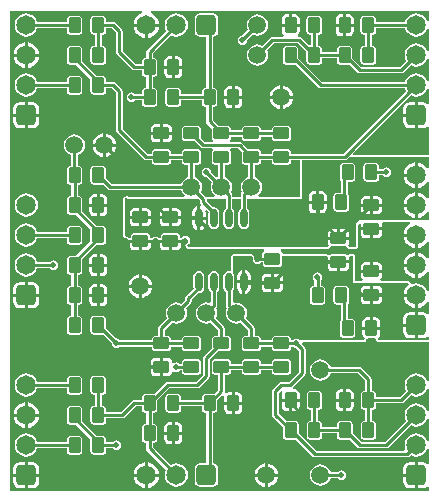
<source format=gtl>
G04 Layer_Physical_Order=1*
G04 Layer_Color=255*
%FSLAX25Y25*%
%MOIN*%
G70*
G01*
G75*
G04:AMPARAMS|DCode=10|XSize=39.37mil|YSize=51.18mil|CornerRadius=4.92mil|HoleSize=0mil|Usage=FLASHONLY|Rotation=0.000|XOffset=0mil|YOffset=0mil|HoleType=Round|Shape=RoundedRectangle|*
%AMROUNDEDRECTD10*
21,1,0.03937,0.04134,0,0,0.0*
21,1,0.02953,0.05118,0,0,0.0*
1,1,0.00984,0.01476,-0.02067*
1,1,0.00984,-0.01476,-0.02067*
1,1,0.00984,-0.01476,0.02067*
1,1,0.00984,0.01476,0.02067*
%
%ADD10ROUNDEDRECTD10*%
G04:AMPARAMS|DCode=11|XSize=39.37mil|YSize=51.18mil|CornerRadius=4.92mil|HoleSize=0mil|Usage=FLASHONLY|Rotation=270.000|XOffset=0mil|YOffset=0mil|HoleType=Round|Shape=RoundedRectangle|*
%AMROUNDEDRECTD11*
21,1,0.03937,0.04134,0,0,270.0*
21,1,0.02953,0.05118,0,0,270.0*
1,1,0.00984,-0.02067,-0.01476*
1,1,0.00984,-0.02067,0.01476*
1,1,0.00984,0.02067,0.01476*
1,1,0.00984,0.02067,-0.01476*
%
%ADD11ROUNDEDRECTD11*%
%ADD12O,0.02362X0.06102*%
%ADD13C,0.05905*%
%ADD14C,0.01000*%
%ADD15C,0.06500*%
G04:AMPARAMS|DCode=16|XSize=65mil|YSize=65mil|CornerRadius=9.75mil|HoleSize=0mil|Usage=FLASHONLY|Rotation=0.000|XOffset=0mil|YOffset=0mil|HoleType=Round|Shape=RoundedRectangle|*
%AMROUNDEDRECTD16*
21,1,0.06500,0.04550,0,0,0.0*
21,1,0.04550,0.06500,0,0,0.0*
1,1,0.01950,0.02275,-0.02275*
1,1,0.01950,-0.02275,-0.02275*
1,1,0.01950,-0.02275,0.02275*
1,1,0.01950,0.02275,0.02275*
%
%ADD16ROUNDEDRECTD16*%
G04:AMPARAMS|DCode=17|XSize=65mil|YSize=65mil|CornerRadius=9.75mil|HoleSize=0mil|Usage=FLASHONLY|Rotation=90.000|XOffset=0mil|YOffset=0mil|HoleType=Round|Shape=RoundedRectangle|*
%AMROUNDEDRECTD17*
21,1,0.06500,0.04550,0,0,90.0*
21,1,0.04550,0.06500,0,0,90.0*
1,1,0.01950,0.02275,0.02275*
1,1,0.01950,0.02275,-0.02275*
1,1,0.01950,-0.02275,-0.02275*
1,1,0.01950,-0.02275,0.02275*
%
%ADD17ROUNDEDRECTD17*%
%ADD18C,0.01968*%
G36*
X101351Y102649D02*
X87455D01*
X87251Y103249D01*
X87534Y103466D01*
X88103Y104208D01*
X88461Y105073D01*
X88583Y106000D01*
X88461Y106927D01*
X88103Y107792D01*
X87534Y108534D01*
X86792Y109103D01*
X86122Y109381D01*
Y113473D01*
X87067D01*
X87493Y113558D01*
X87854Y113799D01*
X88096Y114161D01*
X88180Y114587D01*
Y114941D01*
X91820D01*
Y114587D01*
X91904Y114161D01*
X92146Y113799D01*
X92507Y113558D01*
X92933Y113473D01*
X97067D01*
X97493Y113558D01*
X97854Y113799D01*
X98096Y114161D01*
X98180Y114587D01*
Y114941D01*
X101351D01*
Y102649D01*
D02*
G37*
G36*
X144235Y112404D02*
X144033Y112303D01*
X143635Y112244D01*
X143031Y113031D01*
X142143Y113712D01*
X141110Y114141D01*
X140500Y114221D01*
Y110000D01*
Y105779D01*
X141110Y105859D01*
X142143Y106288D01*
X143031Y106969D01*
X143635Y107756D01*
X144033Y107697D01*
X144235Y107596D01*
Y102404D01*
X144033Y102303D01*
X143635Y102244D01*
X143031Y103031D01*
X142143Y103712D01*
X141110Y104141D01*
X140500Y104221D01*
Y100000D01*
Y95779D01*
X141110Y95859D01*
X142143Y96288D01*
X143031Y96969D01*
X143635Y97756D01*
X144033Y97697D01*
X144235Y97596D01*
Y95000D01*
X119937D01*
Y86063D01*
X119911Y86000D01*
X117564D01*
X117286Y86600D01*
X117473Y86878D01*
X117588Y87461D01*
Y88437D01*
X114000D01*
X110412D01*
Y87461D01*
X110528Y86878D01*
X110714Y86600D01*
X110435Y86000D01*
X64022D01*
X63657Y86557D01*
X63662Y86600D01*
X64142Y86921D01*
X64492Y87445D01*
X64615Y88063D01*
X64492Y88681D01*
X64142Y89205D01*
X63618Y89555D01*
X63000Y89678D01*
X62382Y89555D01*
X61858Y89205D01*
X61844Y89184D01*
X61180D01*
Y89539D01*
X61096Y89965D01*
X60854Y90327D01*
X60493Y90568D01*
X60067Y90653D01*
X55933D01*
X55507Y90568D01*
X55146Y90327D01*
X54904Y89965D01*
X54820Y89539D01*
Y89122D01*
X54156D01*
X54142Y89142D01*
X53618Y89492D01*
X53000Y89615D01*
X52382Y89492D01*
X51921Y89184D01*
X51180D01*
Y89539D01*
X51096Y89965D01*
X50854Y90327D01*
X50493Y90568D01*
X50067Y90653D01*
X45933D01*
X45507Y90568D01*
X45146Y90327D01*
X44904Y89965D01*
X44820Y89539D01*
Y89122D01*
X44156D01*
X44142Y89142D01*
X43618Y89492D01*
X43000Y89615D01*
Y102216D01*
X43554Y102446D01*
X44000Y102000D01*
X67414D01*
X67878Y101535D01*
Y101000D01*
X67878Y101000D01*
X67964Y100571D01*
X68207Y100207D01*
X68222Y100192D01*
X68000Y99777D01*
Y96130D01*
X69724D01*
Y97500D01*
X69639Y97926D01*
X70192Y98222D01*
X70722Y97692D01*
X70684Y97500D01*
Y93760D01*
X70822Y93065D01*
X71216Y92476D01*
X71805Y92082D01*
X72500Y91944D01*
X73195Y92082D01*
X73784Y92476D01*
X74178Y93065D01*
X74316Y93760D01*
Y97500D01*
X74178Y98195D01*
X73784Y98784D01*
X73195Y99178D01*
X72500Y99316D01*
X72308Y99278D01*
X70186Y101400D01*
X70277Y102000D01*
X76378D01*
Y98893D01*
X76216Y98784D01*
X75822Y98195D01*
X75684Y97500D01*
Y93760D01*
X75822Y93065D01*
X76216Y92476D01*
X76805Y92082D01*
X77500Y91944D01*
X78195Y92082D01*
X78784Y92476D01*
X79178Y93065D01*
X79316Y93760D01*
Y97500D01*
X79178Y98195D01*
X78784Y98784D01*
X78622Y98893D01*
Y102000D01*
X81378D01*
Y98893D01*
X81216Y98784D01*
X80822Y98195D01*
X80684Y97500D01*
Y93760D01*
X80822Y93065D01*
X81216Y92476D01*
X81805Y92082D01*
X82500Y91944D01*
X83195Y92082D01*
X83784Y92476D01*
X84178Y93065D01*
X84316Y93760D01*
Y97500D01*
X84178Y98195D01*
X83784Y98784D01*
X83622Y98893D01*
Y102000D01*
X102000D01*
Y114941D01*
X116063D01*
X116063Y114941D01*
X116492Y115027D01*
X116856Y115270D01*
X117586Y116000D01*
X144235D01*
Y112404D01*
D02*
G37*
G36*
Y138596D02*
Y133976D01*
X143922Y133814D01*
X143635Y133741D01*
X143046Y134135D01*
X142275Y134289D01*
X140500D01*
Y130000D01*
Y125711D01*
X142275D01*
X143046Y125865D01*
X143635Y126259D01*
X143922Y126186D01*
X144235Y126024D01*
Y116649D01*
X119019D01*
X118790Y117204D01*
X138175Y136589D01*
X138995Y136249D01*
X140000Y136117D01*
X141005Y136249D01*
X141942Y136637D01*
X142746Y137254D01*
X143363Y138058D01*
X143635Y138716D01*
X144235Y138596D01*
D02*
G37*
G36*
X81839Y117638D02*
X81820Y117539D01*
Y114587D01*
X81904Y114161D01*
X82146Y113799D01*
X82507Y113558D01*
X82933Y113473D01*
X83878D01*
Y109381D01*
X83208Y109103D01*
X82466Y108534D01*
X81897Y107792D01*
X81539Y106927D01*
X81417Y106000D01*
X81539Y105073D01*
X81816Y104402D01*
X81707Y104293D01*
X81464Y103929D01*
X81378Y103500D01*
X81378Y103500D01*
Y102649D01*
X78622D01*
Y103500D01*
X78536Y103929D01*
X78293Y104293D01*
X78293Y104293D01*
X78184Y104402D01*
X78461Y105073D01*
X78583Y106000D01*
X78461Y106927D01*
X78103Y107792D01*
X77534Y108534D01*
X76792Y109103D01*
X76122Y109381D01*
Y113473D01*
X77067D01*
X77493Y113558D01*
X77854Y113799D01*
X78096Y114161D01*
X78180Y114587D01*
Y117539D01*
X78096Y117965D01*
X77887Y118278D01*
X77942Y118518D01*
X78109Y118878D01*
X80598D01*
X81839Y117638D01*
D02*
G37*
G36*
X125954Y55814D02*
X126457Y55515D01*
X126498Y55238D01*
X126532Y54986D01*
X126572Y54916D01*
X126571Y54834D01*
X126600Y54761D01*
X126693Y54665D01*
X126745Y54541D01*
X126859Y54493D01*
X126945Y54404D01*
X127080Y54402D01*
X127204Y54351D01*
X144235D01*
Y41403D01*
X143635Y41284D01*
X143363Y41942D01*
X142746Y42746D01*
X141942Y43363D01*
X141005Y43751D01*
X140000Y43883D01*
X138995Y43751D01*
X138058Y43363D01*
X137254Y42746D01*
X136637Y41942D01*
X136249Y41005D01*
X136117Y40000D01*
X136249Y38995D01*
X136589Y38175D01*
X134535Y36122D01*
X126590D01*
Y37067D01*
X126505Y37493D01*
X126264Y37854D01*
X125902Y38096D01*
X125476Y38181D01*
X125122D01*
Y42000D01*
X125122Y42000D01*
X125036Y42429D01*
X124793Y42793D01*
X121793Y45793D01*
X121429Y46036D01*
X121000Y46122D01*
X121000Y46122D01*
X111381D01*
X111103Y46792D01*
X110534Y47534D01*
X109792Y48103D01*
X108927Y48461D01*
X108000Y48583D01*
X107073Y48461D01*
X106208Y48103D01*
X105466Y47534D01*
X104897Y46792D01*
X104539Y45927D01*
X104417Y45000D01*
X104539Y44073D01*
X104897Y43208D01*
X105466Y42466D01*
X106208Y41897D01*
X107073Y41539D01*
X108000Y41417D01*
X108927Y41539D01*
X109792Y41897D01*
X110534Y42466D01*
X111103Y43208D01*
X111381Y43878D01*
X120535D01*
X122878Y41535D01*
Y38181D01*
X122524D01*
X122098Y38096D01*
X121736Y37854D01*
X121495Y37493D01*
X121410Y37067D01*
Y32933D01*
X121495Y32507D01*
X121736Y32146D01*
X122098Y31904D01*
X122524Y31819D01*
X122878D01*
Y28181D01*
X122524D01*
X122098Y28096D01*
X121736Y27854D01*
X121495Y27493D01*
X121410Y27067D01*
Y22933D01*
X121495Y22507D01*
X121736Y22146D01*
X122098Y21904D01*
X122524Y21820D01*
X125476D01*
X125902Y21904D01*
X126264Y22146D01*
X126505Y22507D01*
X126590Y22933D01*
Y27067D01*
X126505Y27493D01*
X126264Y27854D01*
X125902Y28096D01*
X125476Y28181D01*
X125122D01*
Y31819D01*
X125476D01*
X125902Y31904D01*
X126264Y32146D01*
X126505Y32507D01*
X126590Y32933D01*
Y33878D01*
X135000D01*
X135000Y33878D01*
X135429Y33964D01*
X135793Y34207D01*
X138175Y36589D01*
X138995Y36249D01*
X140000Y36117D01*
X141005Y36249D01*
X141942Y36637D01*
X142746Y37254D01*
X143363Y38058D01*
X143635Y38716D01*
X144235Y38596D01*
Y31403D01*
X143635Y31284D01*
X143363Y31942D01*
X142746Y32746D01*
X141942Y33363D01*
X141005Y33751D01*
X140000Y33883D01*
X138995Y33751D01*
X138058Y33363D01*
X137254Y32746D01*
X136637Y31942D01*
X136249Y31005D01*
X136117Y30000D01*
X136249Y28995D01*
X136589Y28175D01*
X129535Y21122D01*
X121590D01*
X118716Y23996D01*
Y27067D01*
X118631Y27493D01*
X118390Y27854D01*
X118028Y28096D01*
X117602Y28181D01*
X114650D01*
X114224Y28096D01*
X113862Y27854D01*
X113621Y27493D01*
X113536Y27067D01*
Y26122D01*
X108590D01*
Y27067D01*
X108505Y27493D01*
X108264Y27854D01*
X107903Y28096D01*
X107476Y28181D01*
X107122D01*
Y31819D01*
X107476D01*
X107903Y31904D01*
X108264Y32146D01*
X108505Y32507D01*
X108590Y32933D01*
Y37067D01*
X108505Y37493D01*
X108264Y37854D01*
X107903Y38096D01*
X107476Y38181D01*
X104524D01*
X104097Y38096D01*
X103736Y37854D01*
X103495Y37493D01*
X103410Y37067D01*
Y32933D01*
X103495Y32507D01*
X103736Y32146D01*
X104097Y31904D01*
X104524Y31819D01*
X104878D01*
Y28181D01*
X104524D01*
X104097Y28096D01*
X103736Y27854D01*
X103495Y27493D01*
X103410Y27067D01*
Y22933D01*
X103495Y22507D01*
X103736Y22146D01*
X104097Y21904D01*
X104524Y21820D01*
X107476D01*
X107903Y21904D01*
X108264Y22146D01*
X108505Y22507D01*
X108590Y22933D01*
Y23878D01*
X113536D01*
Y22933D01*
X113621Y22507D01*
X113862Y22146D01*
X114224Y21904D01*
X114650Y21820D01*
X117602D01*
X117701Y21839D01*
X120333Y19207D01*
X120333Y19207D01*
X120697Y18964D01*
X121126Y18878D01*
X121126Y18879D01*
X130000D01*
X130000Y18878D01*
X130429Y18964D01*
X130793Y19207D01*
X138175Y26589D01*
X138995Y26249D01*
X140000Y26117D01*
X141005Y26249D01*
X141942Y26637D01*
X142746Y27254D01*
X143363Y28058D01*
X143635Y28716D01*
X144235Y28596D01*
Y21404D01*
X143635Y21284D01*
X143363Y21942D01*
X142746Y22746D01*
X141942Y23363D01*
X141005Y23751D01*
X140000Y23883D01*
X138995Y23751D01*
X138058Y23363D01*
X137254Y22746D01*
X136637Y21942D01*
X136249Y21005D01*
X136117Y20000D01*
X136249Y18995D01*
X136362Y18722D01*
X135961Y18122D01*
X106590D01*
X100716Y23996D01*
Y27067D01*
X100631Y27493D01*
X100390Y27854D01*
X100029Y28096D01*
X99602Y28181D01*
X96650D01*
X96551Y28161D01*
X94122Y30591D01*
Y37535D01*
X95084Y38497D01*
X95101Y38493D01*
X95353Y37811D01*
X95244Y37649D01*
X95128Y37067D01*
Y35500D01*
X101124D01*
Y37067D01*
X101008Y37649D01*
X100678Y38143D01*
X100185Y38473D01*
X99602Y38588D01*
X98947D01*
X98765Y39188D01*
X98793Y39207D01*
X102793Y43207D01*
X102793Y43207D01*
X103036Y43571D01*
X103122Y44000D01*
Y52000D01*
X103122Y52000D01*
X103036Y52429D01*
X102793Y52793D01*
X102793Y52793D01*
X101836Y53751D01*
X102084Y54351D01*
X122670D01*
X122794Y54402D01*
X122929Y54404D01*
X123015Y54493D01*
X123129Y54541D01*
X123181Y54665D01*
X123274Y54761D01*
X123303Y54834D01*
X123302Y54916D01*
X123343Y54986D01*
X123376Y55238D01*
X123417Y55515D01*
X123920Y55814D01*
X123954Y55820D01*
X125920D01*
X125954Y55814D01*
D02*
G37*
G36*
X119000Y74000D02*
X137246D01*
X137450Y73400D01*
X136969Y73031D01*
X136288Y72143D01*
X135859Y71109D01*
X135779Y70500D01*
X140000D01*
Y70000D01*
X140500D01*
Y65779D01*
X141110Y65859D01*
X142143Y66288D01*
X143031Y66969D01*
X143635Y67756D01*
X144033Y67697D01*
X144235Y67596D01*
Y63976D01*
X143922Y63814D01*
X143635Y63741D01*
X143046Y64135D01*
X142275Y64289D01*
X140500D01*
Y60000D01*
Y55711D01*
X142275D01*
X143046Y55865D01*
X143635Y56259D01*
X143922Y56186D01*
X144235Y56024D01*
Y55000D01*
X127204D01*
X127175Y55073D01*
X127104Y55600D01*
X127489Y55857D01*
X127819Y56351D01*
X127935Y56933D01*
Y58500D01*
X124937D01*
X121939D01*
Y56933D01*
X122055Y56351D01*
X122385Y55857D01*
X122770Y55600D01*
X122699Y55073D01*
X122670Y55000D01*
X101237D01*
X101142Y55142D01*
X100618Y55492D01*
X100000Y55615D01*
X99382Y55492D01*
X98858Y55142D01*
X98802Y55059D01*
X98180D01*
Y55413D01*
X98096Y55840D01*
X97854Y56201D01*
X97493Y56442D01*
X97067Y56527D01*
X92933D01*
X92507Y56442D01*
X92146Y56201D01*
X91904Y55840D01*
X91820Y55413D01*
Y55059D01*
X88180D01*
Y55413D01*
X88096Y55840D01*
X87854Y56201D01*
X87493Y56442D01*
X87067Y56527D01*
X86122D01*
Y59000D01*
X86122Y59000D01*
X86036Y59429D01*
X85793Y59793D01*
X85793Y59793D01*
X83184Y62402D01*
X83461Y63073D01*
X83583Y64000D01*
X83461Y64927D01*
X83103Y65792D01*
X82534Y66534D01*
X81792Y67103D01*
X80927Y67461D01*
X80000Y67583D01*
X79600Y67531D01*
X79000Y68057D01*
Y71539D01*
X79178Y71805D01*
X79316Y72500D01*
Y76240D01*
X79178Y76935D01*
X79000Y77201D01*
Y83000D01*
X85096D01*
X85464Y82400D01*
X85385Y82000D01*
X85508Y81382D01*
X85858Y80858D01*
X86382Y80508D01*
X87000Y80385D01*
X87618Y80508D01*
X88142Y80858D01*
X88156Y80878D01*
X88820D01*
Y80461D01*
X88904Y80035D01*
X89146Y79673D01*
X89507Y79432D01*
X89933Y79347D01*
X94067D01*
X94493Y79432D01*
X94854Y79673D01*
X95096Y80035D01*
X95180Y80461D01*
Y83000D01*
X110034D01*
X110412Y82539D01*
Y81563D01*
X114000D01*
X117588D01*
Y82539D01*
X117966Y83000D01*
X119000D01*
Y74000D01*
D02*
G37*
G36*
X137949Y93751D02*
X137857Y93712D01*
X136969Y93031D01*
X136288Y92143D01*
X135859Y91110D01*
X135779Y90500D01*
X140000D01*
Y90000D01*
X140500D01*
Y85779D01*
X141110Y85859D01*
X142143Y86288D01*
X143031Y86969D01*
X143635Y87756D01*
X144033Y87697D01*
X144235Y87596D01*
Y82404D01*
X144033Y82303D01*
X143635Y82244D01*
X143031Y83031D01*
X142143Y83712D01*
X141110Y84141D01*
X140500Y84221D01*
Y80000D01*
Y75779D01*
X141110Y75859D01*
X142143Y76288D01*
X143031Y76969D01*
X143635Y77756D01*
X144033Y77697D01*
X144235Y77596D01*
Y71403D01*
X143635Y71284D01*
X143363Y71942D01*
X142746Y72746D01*
X141942Y73363D01*
X141005Y73751D01*
X140000Y73883D01*
X138995Y73751D01*
X138650Y73608D01*
X138596Y73608D01*
X137944Y73965D01*
X137861Y74209D01*
X137762Y74321D01*
X137705Y74459D01*
X137605Y74501D01*
X137533Y74582D01*
X137384Y74592D01*
X137246Y74649D01*
X128122D01*
X127940Y75249D01*
X128143Y75385D01*
X128472Y75878D01*
X128588Y76461D01*
Y77437D01*
X125000D01*
X121412D01*
Y76461D01*
X121528Y75878D01*
X121857Y75385D01*
X122060Y75249D01*
X121878Y74649D01*
X119649D01*
Y83000D01*
X119459Y83459D01*
X119000Y83649D01*
X117966D01*
X117935Y83636D01*
X117903Y83646D01*
X117709Y83543D01*
X117507Y83459D01*
X117500Y83441D01*
X117417Y83405D01*
X116854Y83327D01*
X116493Y83568D01*
X116067Y83653D01*
X111933D01*
X111507Y83568D01*
X111146Y83327D01*
X110583Y83405D01*
X110500Y83441D01*
X110493Y83459D01*
X110291Y83543D01*
X110097Y83646D01*
X110065Y83636D01*
X110034Y83649D01*
X95541D01*
X95473Y83996D01*
X95143Y84489D01*
X94752Y84751D01*
X94804Y85227D01*
X94851Y85351D01*
X110435D01*
X110543Y85395D01*
X110659Y85390D01*
X110764Y85487D01*
X110895Y85541D01*
X110939Y85648D01*
X111025Y85727D01*
X111133Y85960D01*
X111428Y86332D01*
X111904Y86353D01*
X111933Y86347D01*
X116067D01*
X116096Y86353D01*
X116572Y86332D01*
X116867Y85960D01*
X116975Y85727D01*
X117061Y85648D01*
X117105Y85541D01*
X117236Y85487D01*
X117341Y85390D01*
X117457Y85395D01*
X117564Y85351D01*
X119911D01*
X120030Y85400D01*
X120159Y85400D01*
X120251Y85491D01*
X120370Y85541D01*
X120420Y85660D01*
X120511Y85751D01*
X120537Y85814D01*
X120537Y85944D01*
X120586Y86063D01*
Y93517D01*
X121065Y93894D01*
X121412Y93539D01*
Y92563D01*
X125000D01*
X128588D01*
Y93539D01*
X128546Y93751D01*
X128986Y94351D01*
X137829D01*
X137949Y93751D01*
D02*
G37*
G36*
X144235Y161404D02*
X143635Y161284D01*
X143363Y161942D01*
X142746Y162746D01*
X141942Y163363D01*
X141005Y163751D01*
X140000Y163883D01*
X138995Y163751D01*
X138058Y163363D01*
X137254Y162746D01*
X136637Y161942D01*
X136297Y161122D01*
X126527D01*
Y162067D01*
X126442Y162493D01*
X126201Y162854D01*
X125839Y163096D01*
X125413Y163180D01*
X122461D01*
X122035Y163096D01*
X121673Y162854D01*
X121432Y162493D01*
X121347Y162067D01*
Y157933D01*
X121432Y157507D01*
X121673Y157146D01*
X122035Y156904D01*
X122461Y156820D01*
X122816D01*
Y153180D01*
X122461D01*
X122035Y153096D01*
X121673Y152854D01*
X121432Y152493D01*
X121347Y152067D01*
Y147933D01*
X121432Y147507D01*
X121673Y147146D01*
X122035Y146904D01*
X122461Y146820D01*
X125413D01*
X125839Y146904D01*
X126201Y147146D01*
X126442Y147507D01*
X126527Y147933D01*
Y152067D01*
X126442Y152493D01*
X126201Y152854D01*
X125839Y153096D01*
X125413Y153180D01*
X125059D01*
Y156820D01*
X125413D01*
X125839Y156904D01*
X126201Y157146D01*
X126442Y157507D01*
X126527Y157933D01*
Y158878D01*
X136297D01*
X136637Y158058D01*
X137254Y157254D01*
X138058Y156637D01*
X138995Y156249D01*
X140000Y156117D01*
X141005Y156249D01*
X141942Y156637D01*
X142746Y157254D01*
X143363Y158058D01*
X143635Y158716D01*
X144235Y158597D01*
Y151403D01*
X143635Y151284D01*
X143363Y151942D01*
X142746Y152746D01*
X141942Y153363D01*
X141005Y153751D01*
X140000Y153883D01*
X138995Y153751D01*
X138058Y153363D01*
X137254Y152746D01*
X136637Y151942D01*
X136249Y151005D01*
X136117Y150000D01*
X136249Y148995D01*
X136589Y148175D01*
X134535Y146122D01*
X121528D01*
X118653Y148996D01*
Y152067D01*
X118568Y152493D01*
X118327Y152854D01*
X117965Y153096D01*
X117539Y153180D01*
X114587D01*
X114161Y153096D01*
X113799Y152854D01*
X113558Y152493D01*
X113473Y152067D01*
Y151122D01*
X108527D01*
Y152067D01*
X108442Y152493D01*
X108201Y152854D01*
X107840Y153096D01*
X107413Y153180D01*
X107059D01*
Y156820D01*
X107413D01*
X107840Y156904D01*
X108201Y157146D01*
X108442Y157507D01*
X108527Y157933D01*
Y162067D01*
X108442Y162493D01*
X108201Y162854D01*
X107840Y163096D01*
X107413Y163180D01*
X104461D01*
X104034Y163096D01*
X103673Y162854D01*
X103432Y162493D01*
X103347Y162067D01*
Y157933D01*
X103432Y157507D01*
X103673Y157146D01*
X104034Y156904D01*
X104461Y156820D01*
X104815D01*
Y153515D01*
X104216Y153308D01*
X101730Y155793D01*
X101366Y156036D01*
X100937Y156122D01*
X100937Y156122D01*
X100594D01*
X100412Y156722D01*
X100615Y156857D01*
X100945Y157351D01*
X101061Y157933D01*
Y159500D01*
X95065D01*
Y157933D01*
X95181Y157351D01*
X95511Y156857D01*
X95714Y156722D01*
X95532Y156122D01*
X92000D01*
X92000Y156122D01*
X91571Y156036D01*
X91207Y155793D01*
X91207Y155793D01*
X88598Y153184D01*
X87927Y153461D01*
X87000Y153583D01*
X86073Y153461D01*
X85208Y153103D01*
X84466Y152534D01*
X83897Y151792D01*
X83539Y150927D01*
X83417Y150000D01*
X83539Y149073D01*
X83897Y148208D01*
X84466Y147466D01*
X85208Y146897D01*
X86073Y146539D01*
X87000Y146417D01*
X87927Y146539D01*
X88792Y146897D01*
X89534Y147466D01*
X90103Y148208D01*
X90461Y149073D01*
X90583Y150000D01*
X90461Y150927D01*
X90184Y151598D01*
X92465Y153878D01*
X100472D01*
X103347Y151004D01*
Y147933D01*
X103432Y147507D01*
X103673Y147146D01*
X104034Y146904D01*
X104461Y146820D01*
X107413D01*
X107840Y146904D01*
X108201Y147146D01*
X108442Y147507D01*
X108527Y147933D01*
Y148878D01*
X113473D01*
Y147933D01*
X113558Y147507D01*
X113799Y147146D01*
X114161Y146904D01*
X114587Y146820D01*
X117539D01*
X117638Y146839D01*
X120270Y144207D01*
X120270Y144207D01*
X120634Y143964D01*
X121063Y143878D01*
X121063Y143878D01*
X135000D01*
X135000Y143878D01*
X135429Y143964D01*
X135793Y144207D01*
X138175Y146589D01*
X138995Y146249D01*
X140000Y146117D01*
X141005Y146249D01*
X141942Y146637D01*
X142746Y147254D01*
X143363Y148058D01*
X143635Y148716D01*
X144235Y148597D01*
Y141403D01*
X143635Y141284D01*
X143363Y141942D01*
X142746Y142746D01*
X141942Y143363D01*
X141005Y143751D01*
X140000Y143883D01*
X138995Y143751D01*
X138058Y143363D01*
X137254Y142746D01*
X136637Y141942D01*
X136297Y141122D01*
X108528D01*
X100653Y148996D01*
Y152067D01*
X100568Y152493D01*
X100327Y152854D01*
X99966Y153096D01*
X99539Y153180D01*
X96587D01*
X96161Y153096D01*
X95799Y152854D01*
X95558Y152493D01*
X95473Y152067D01*
Y147933D01*
X95558Y147507D01*
X95799Y147146D01*
X96161Y146904D01*
X96587Y146820D01*
X99539D01*
X99638Y146839D01*
X107270Y139207D01*
X107270Y139207D01*
X107634Y138964D01*
X108063Y138878D01*
X108063Y138878D01*
X136297D01*
X136589Y138175D01*
X115598Y117184D01*
X98180D01*
Y117539D01*
X98096Y117965D01*
X97854Y118327D01*
X97493Y118568D01*
X97067Y118653D01*
X92933D01*
X92507Y118568D01*
X92146Y118327D01*
X91904Y117965D01*
X91820Y117539D01*
Y117184D01*
X88180D01*
Y117539D01*
X88096Y117965D01*
X87854Y118327D01*
X87493Y118568D01*
X87067Y118653D01*
X83996D01*
X81856Y120793D01*
X81492Y121036D01*
X81063Y121122D01*
X81063Y121122D01*
X78109D01*
X77942Y121482D01*
X77887Y121722D01*
X78096Y122035D01*
X78180Y122461D01*
Y122816D01*
X81820D01*
Y122461D01*
X81904Y122035D01*
X82146Y121673D01*
X82507Y121432D01*
X82933Y121347D01*
X87067D01*
X87493Y121432D01*
X87854Y121673D01*
X88096Y122035D01*
X88180Y122461D01*
Y122816D01*
X91820D01*
Y122461D01*
X91904Y122035D01*
X92146Y121673D01*
X92507Y121432D01*
X92933Y121347D01*
X97067D01*
X97493Y121432D01*
X97854Y121673D01*
X98096Y122035D01*
X98180Y122461D01*
Y125413D01*
X98096Y125839D01*
X97854Y126201D01*
X97493Y126442D01*
X97067Y126527D01*
X92933D01*
X92507Y126442D01*
X92146Y126201D01*
X91904Y125839D01*
X91820Y125413D01*
Y125059D01*
X88180D01*
Y125413D01*
X88096Y125839D01*
X87854Y126201D01*
X87493Y126442D01*
X87067Y126527D01*
X82933D01*
X82507Y126442D01*
X82146Y126201D01*
X81904Y125839D01*
X81820Y125413D01*
Y125059D01*
X78180D01*
Y125413D01*
X78096Y125839D01*
X77854Y126201D01*
X77493Y126442D01*
X77067Y126527D01*
X73996D01*
X72184Y128339D01*
Y132820D01*
X72539D01*
X72966Y132904D01*
X73327Y133146D01*
X73568Y133507D01*
X73653Y133933D01*
Y138067D01*
X73568Y138493D01*
X73327Y138854D01*
X72966Y139096D01*
X72539Y139180D01*
X72184D01*
Y156119D01*
X72275D01*
X72890Y156241D01*
X73410Y156589D01*
X73759Y157111D01*
X73881Y157725D01*
Y162275D01*
X73759Y162890D01*
X73410Y163410D01*
X72890Y163759D01*
X72275Y163881D01*
X67725D01*
X67111Y163759D01*
X66589Y163410D01*
X66241Y162890D01*
X66119Y162275D01*
Y157725D01*
X66241Y157111D01*
X66589Y156589D01*
X67111Y156241D01*
X67725Y156119D01*
X69941D01*
Y139180D01*
X69587D01*
X69160Y139096D01*
X68799Y138854D01*
X68558Y138493D01*
X68473Y138067D01*
Y137122D01*
X61527D01*
Y138067D01*
X61442Y138493D01*
X61201Y138854D01*
X60839Y139096D01*
X60413Y139180D01*
X57461D01*
X57034Y139096D01*
X56673Y138854D01*
X56432Y138493D01*
X56347Y138067D01*
Y133933D01*
X56432Y133507D01*
X56673Y133146D01*
X57034Y132904D01*
X57461Y132820D01*
X60413D01*
X60839Y132904D01*
X61201Y133146D01*
X61442Y133507D01*
X61527Y133933D01*
Y134878D01*
X68473D01*
Y133933D01*
X68558Y133507D01*
X68799Y133146D01*
X69160Y132904D01*
X69587Y132820D01*
X69941D01*
Y127874D01*
X69941Y127874D01*
X70027Y127445D01*
X70270Y127081D01*
X71839Y125512D01*
X71820Y125413D01*
Y122461D01*
X71904Y122035D01*
X72113Y121722D01*
X72058Y121482D01*
X71891Y121122D01*
X69402D01*
X68161Y122362D01*
X68180Y122461D01*
Y125413D01*
X68096Y125839D01*
X67854Y126201D01*
X67493Y126442D01*
X67067Y126527D01*
X62933D01*
X62507Y126442D01*
X62146Y126201D01*
X61904Y125839D01*
X61820Y125413D01*
Y122461D01*
X61904Y122035D01*
X62146Y121673D01*
X62507Y121432D01*
X62933Y121347D01*
X66004D01*
X68144Y119207D01*
X68144Y119207D01*
X68508Y118964D01*
X68937Y118878D01*
X71891D01*
X72058Y118518D01*
X72113Y118278D01*
X71904Y117965D01*
X71820Y117539D01*
Y114587D01*
X71904Y114161D01*
X72146Y113799D01*
X72507Y113558D01*
X72933Y113473D01*
X73878D01*
Y109483D01*
X73330Y109256D01*
X71610Y110976D01*
X71615Y111000D01*
X71492Y111618D01*
X71142Y112142D01*
X70618Y112492D01*
X70000Y112615D01*
X69382Y112492D01*
X68858Y112142D01*
X68508Y111618D01*
X68385Y111000D01*
X68508Y110382D01*
X68858Y109858D01*
X69382Y109508D01*
X70000Y109385D01*
X70024Y109390D01*
X71816Y107598D01*
X71539Y106927D01*
X71417Y106000D01*
X71539Y105073D01*
X71897Y104208D01*
X72466Y103466D01*
X72749Y103249D01*
X72545Y102649D01*
X70277D01*
X70090Y102572D01*
X69962Y102540D01*
X69793Y102793D01*
X69793Y102793D01*
X68184Y104402D01*
X68461Y105073D01*
X68583Y106000D01*
X68461Y106927D01*
X68103Y107792D01*
X67534Y108534D01*
X66792Y109103D01*
X66122Y109381D01*
Y113473D01*
X67067D01*
X67493Y113558D01*
X67854Y113799D01*
X68096Y114161D01*
X68180Y114587D01*
Y117539D01*
X68096Y117965D01*
X67854Y118327D01*
X67493Y118568D01*
X67067Y118653D01*
X62933D01*
X62507Y118568D01*
X62146Y118327D01*
X61904Y117965D01*
X61820Y117539D01*
Y117184D01*
X58180D01*
Y117539D01*
X58096Y117965D01*
X57854Y118327D01*
X57493Y118568D01*
X57067Y118653D01*
X52933D01*
X52507Y118568D01*
X52146Y118327D01*
X51904Y117965D01*
X51820Y117539D01*
Y117184D01*
X50402D01*
X42122Y125465D01*
Y138000D01*
X42122Y138000D01*
X42036Y138429D01*
X41793Y138793D01*
X41793Y138793D01*
X39793Y140793D01*
X39429Y141036D01*
X39000Y141122D01*
X39000Y141122D01*
X36527D01*
Y142067D01*
X36442Y142493D01*
X36201Y142854D01*
X35840Y143096D01*
X35413Y143180D01*
X33406D01*
X28653Y147933D01*
Y152067D01*
X28568Y152493D01*
X28327Y152854D01*
X27966Y153096D01*
X27539Y153180D01*
X24587D01*
X24160Y153096D01*
X23799Y152854D01*
X23558Y152493D01*
X23473Y152067D01*
Y147933D01*
X23558Y147507D01*
X23799Y147146D01*
X24160Y146904D01*
X24587Y146820D01*
X26594D01*
X31347Y142067D01*
Y137933D01*
X31432Y137507D01*
X31673Y137146D01*
X32035Y136904D01*
X32461Y136820D01*
X35413D01*
X35840Y136904D01*
X36201Y137146D01*
X36442Y137507D01*
X36527Y137933D01*
Y138878D01*
X38535D01*
X39878Y137535D01*
Y125000D01*
X39878Y125000D01*
X39964Y124571D01*
X40207Y124207D01*
X49144Y115270D01*
X49508Y115027D01*
X49937Y114941D01*
X49937Y114941D01*
X51820D01*
Y114587D01*
X51904Y114161D01*
X52146Y113799D01*
X52507Y113558D01*
X52933Y113473D01*
X57067D01*
X57493Y113558D01*
X57854Y113799D01*
X58096Y114161D01*
X58180Y114587D01*
Y114941D01*
X61820D01*
Y114587D01*
X61904Y114161D01*
X62146Y113799D01*
X62507Y113558D01*
X62933Y113473D01*
X63878D01*
Y109381D01*
X63208Y109103D01*
X62466Y108534D01*
X61897Y107792D01*
X61619Y107122D01*
X38402D01*
X36527Y108996D01*
Y112067D01*
X36442Y112493D01*
X36201Y112854D01*
X35840Y113096D01*
X35413Y113180D01*
X32461D01*
X32035Y113096D01*
X31673Y112854D01*
X31432Y112493D01*
X31347Y112067D01*
Y107933D01*
X31432Y107507D01*
X31673Y107146D01*
X32035Y106904D01*
X32461Y106820D01*
X35413D01*
X35512Y106839D01*
X37144Y105207D01*
X37144Y105207D01*
X37508Y104964D01*
X37937Y104878D01*
X61619D01*
X61897Y104208D01*
X62466Y103466D01*
X62749Y103249D01*
X62545Y102649D01*
X44269D01*
X44014Y102905D01*
X43894Y102954D01*
X43803Y103046D01*
X43674D01*
X43554Y103095D01*
X43435Y103046D01*
X43306D01*
X42752Y102816D01*
X42660Y102725D01*
X42541Y102675D01*
X42491Y102556D01*
X42400Y102465D01*
Y102335D01*
X42351Y102216D01*
Y89615D01*
X42423Y89440D01*
X42460Y89254D01*
X42515Y89218D01*
X42541Y89156D01*
X42716Y89084D01*
X42873Y88978D01*
X43365Y88881D01*
X43781Y88602D01*
X43884Y88582D01*
X44029Y88485D01*
X44412Y88043D01*
Y86587D01*
X44528Y86004D01*
X44857Y85511D01*
X45351Y85181D01*
X45933Y85065D01*
X47500D01*
Y88063D01*
X48500D01*
Y85065D01*
X50067D01*
X50649Y85181D01*
X51143Y85511D01*
X51473Y86004D01*
X51588Y86587D01*
Y88535D01*
X51921D01*
X52096Y88608D01*
X52282Y88645D01*
X52635Y88881D01*
X53000Y88953D01*
X53365Y88881D01*
X53781Y88602D01*
X53884Y88582D01*
X54029Y88485D01*
X54412Y88043D01*
Y86587D01*
X54527Y86004D01*
X54857Y85511D01*
X55351Y85181D01*
X55933Y85065D01*
X57500D01*
Y88063D01*
X58500D01*
Y85065D01*
X60067D01*
X60649Y85181D01*
X61143Y85511D01*
X61472Y86004D01*
X61588Y86587D01*
Y88106D01*
X61971Y88548D01*
X62116Y88645D01*
X62219Y88665D01*
X62635Y88944D01*
X63000Y89016D01*
X63365Y88944D01*
X63674Y88737D01*
X63881Y88428D01*
X63953Y88063D01*
X63881Y87698D01*
X63674Y87389D01*
X63301Y87140D01*
X63286Y87118D01*
X63260Y87110D01*
X63150Y86914D01*
X63025Y86727D01*
X63030Y86702D01*
X63021Y86688D01*
X63022Y86685D01*
X63017Y86677D01*
X63012Y86633D01*
X63072Y86419D01*
X63114Y86200D01*
X63479Y85644D01*
X63537Y85605D01*
X63563Y85541D01*
X63736Y85469D01*
X63890Y85364D01*
X63958Y85377D01*
X64022Y85351D01*
X89149D01*
X89196Y85227D01*
X89249Y84751D01*
X88857Y84489D01*
X88528Y83996D01*
X88412Y83413D01*
Y81957D01*
X88029Y81515D01*
X87884Y81418D01*
X87781Y81398D01*
X87365Y81119D01*
X87000Y81047D01*
X86635Y81119D01*
X86326Y81326D01*
X86119Y81635D01*
X86047Y82000D01*
X86101Y82273D01*
X86055Y82506D01*
X86018Y82740D01*
X85650Y83340D01*
X85586Y83386D01*
X85555Y83459D01*
X85391Y83527D01*
X85247Y83632D01*
X85169Y83619D01*
X85096Y83649D01*
X79000D01*
X78541Y83459D01*
X78351Y83000D01*
Y78481D01*
X77750Y78006D01*
X77500Y78056D01*
X76805Y77918D01*
X76216Y77524D01*
X75822Y76935D01*
X75684Y76240D01*
Y72500D01*
X75822Y71805D01*
X76216Y71216D01*
X76378Y71107D01*
Y66500D01*
X76378Y66500D01*
X76464Y66071D01*
X76707Y65707D01*
X76816Y65598D01*
X76539Y64927D01*
X76417Y64000D01*
X76539Y63073D01*
X76897Y62208D01*
X77466Y61466D01*
X78208Y60897D01*
X79073Y60539D01*
X80000Y60417D01*
X80927Y60539D01*
X81598Y60816D01*
X83878Y58535D01*
Y56527D01*
X82933D01*
X82507Y56442D01*
X82146Y56201D01*
X81904Y55840D01*
X81820Y55413D01*
Y52461D01*
X81904Y52034D01*
X82146Y51673D01*
X82507Y51432D01*
X82933Y51347D01*
X87067D01*
X87493Y51432D01*
X87854Y51673D01*
X88096Y52034D01*
X88180Y52461D01*
Y52816D01*
X91820D01*
Y52461D01*
X91904Y52034D01*
X92146Y51673D01*
X92507Y51432D01*
X92933Y51347D01*
X97067D01*
X97493Y51432D01*
X97854Y51673D01*
X98096Y52034D01*
X98180Y52461D01*
Y52816D01*
X98921D01*
X99382Y52508D01*
X100000Y52385D01*
X100024Y52390D01*
X100878Y51535D01*
Y44465D01*
X97535Y41122D01*
X95000D01*
X95000Y41122D01*
X94571Y41036D01*
X94207Y40793D01*
X94207Y40793D01*
X92207Y38793D01*
X91964Y38429D01*
X91878Y38000D01*
X91878Y38000D01*
Y30126D01*
X91878Y30126D01*
X91964Y29697D01*
X92207Y29333D01*
X95536Y26004D01*
Y22933D01*
X95621Y22507D01*
X95862Y22146D01*
X96223Y21904D01*
X96650Y21820D01*
X99602D01*
X99701Y21839D01*
X105333Y16207D01*
X105333Y16207D01*
X105697Y15964D01*
X106126Y15878D01*
X106126Y15879D01*
X137000D01*
X137000Y15878D01*
X137429Y15964D01*
X137793Y16207D01*
X138175Y16589D01*
X138995Y16249D01*
X140000Y16117D01*
X141005Y16249D01*
X141942Y16637D01*
X142746Y17254D01*
X143363Y18058D01*
X143635Y18716D01*
X144235Y18597D01*
Y13976D01*
X143922Y13814D01*
X143635Y13741D01*
X143046Y14135D01*
X142275Y14289D01*
X140500D01*
Y10000D01*
Y5711D01*
X142275D01*
X143046Y5865D01*
X143635Y6259D01*
X143922Y6186D01*
X144235Y6024D01*
Y4702D01*
X4702D01*
Y164590D01*
X48407D01*
X48526Y163990D01*
X47857Y163712D01*
X46969Y163031D01*
X46288Y162143D01*
X45859Y161109D01*
X45779Y160500D01*
X50000D01*
X54221D01*
X54141Y161109D01*
X53712Y162143D01*
X53031Y163031D01*
X52143Y163712D01*
X51474Y163990D01*
X51593Y164590D01*
X144235D01*
Y161404D01*
D02*
G37*
%LPC*%
G36*
X126413Y114180D02*
X123461D01*
X123035Y114096D01*
X122673Y113854D01*
X122432Y113493D01*
X122347Y113067D01*
Y108933D01*
X122432Y108507D01*
X122673Y108146D01*
X123035Y107904D01*
X123461Y107820D01*
X126413D01*
X126839Y107904D01*
X127201Y108146D01*
X127442Y108507D01*
X127527Y108933D01*
Y109878D01*
X128844D01*
X128858Y109858D01*
X129382Y109508D01*
X130000Y109385D01*
X130618Y109508D01*
X131142Y109858D01*
X131492Y110382D01*
X131615Y111000D01*
X131492Y111618D01*
X131142Y112142D01*
X130618Y112492D01*
X130000Y112615D01*
X129382Y112492D01*
X128858Y112142D01*
X128844Y112122D01*
X127527D01*
Y113067D01*
X127442Y113493D01*
X127201Y113854D01*
X126839Y114096D01*
X126413Y114180D01*
D02*
G37*
G36*
X139500Y114221D02*
X138891Y114141D01*
X137857Y113712D01*
X136969Y113031D01*
X136288Y112143D01*
X135859Y111109D01*
X135779Y110500D01*
X139500D01*
Y114221D01*
D02*
G37*
G36*
Y109500D02*
X135779D01*
X135859Y108890D01*
X136288Y107857D01*
X136969Y106969D01*
X137857Y106288D01*
X138891Y105859D01*
X139500Y105779D01*
Y109500D01*
D02*
G37*
G36*
X47500Y95437D02*
X44412D01*
Y94461D01*
X44528Y93878D01*
X44857Y93385D01*
X45351Y93055D01*
X45933Y92939D01*
X47500D01*
Y95437D01*
D02*
G37*
G36*
X69724Y95130D02*
X68000D01*
Y91636D01*
X68351Y91705D01*
X69073Y92187D01*
X69555Y92909D01*
X69724Y93760D01*
Y95130D01*
D02*
G37*
G36*
X116067Y91935D02*
X114500D01*
Y89437D01*
X117588D01*
Y90413D01*
X117473Y90996D01*
X117143Y91489D01*
X116649Y91819D01*
X116067Y91935D01*
D02*
G37*
G36*
X67000Y95130D02*
X65276D01*
Y93760D01*
X65446Y92909D01*
X65927Y92187D01*
X66649Y91705D01*
X67000Y91636D01*
Y95130D01*
D02*
G37*
G36*
X139500Y99500D02*
X135779D01*
X135859Y98891D01*
X136288Y97857D01*
X136969Y96969D01*
X137857Y96288D01*
X138891Y95859D01*
X139500Y95779D01*
Y99500D01*
D02*
G37*
G36*
X61588Y95437D02*
X58500D01*
Y92939D01*
X60067D01*
X60649Y93055D01*
X61143Y93385D01*
X61472Y93878D01*
X61588Y94461D01*
Y95437D01*
D02*
G37*
G36*
X51588D02*
X48500D01*
Y92939D01*
X50067D01*
X50649Y93055D01*
X51143Y93385D01*
X51473Y93878D01*
X51588Y94461D01*
Y95437D01*
D02*
G37*
G36*
X57500D02*
X54412D01*
Y94461D01*
X54527Y93878D01*
X54857Y93385D01*
X55351Y93055D01*
X55933Y92939D01*
X57500D01*
Y95437D01*
D02*
G37*
G36*
X113500Y91935D02*
X111933D01*
X111351Y91819D01*
X110857Y91489D01*
X110528Y90996D01*
X110412Y90413D01*
Y89437D01*
X113500D01*
Y91935D01*
D02*
G37*
G36*
X127067Y102935D02*
X125500D01*
Y100437D01*
X128588D01*
Y101413D01*
X128472Y101996D01*
X128143Y102489D01*
X127649Y102819D01*
X127067Y102935D01*
D02*
G37*
G36*
X124500D02*
X122933D01*
X122351Y102819D01*
X121857Y102489D01*
X121528Y101996D01*
X121412Y101413D01*
Y100437D01*
X124500D01*
Y102935D01*
D02*
G37*
G36*
X110061Y100500D02*
X107563D01*
Y97412D01*
X108539D01*
X109122Y97527D01*
X109615Y97857D01*
X109945Y98351D01*
X110061Y98933D01*
Y100500D01*
D02*
G37*
G36*
X118539Y114180D02*
X115587D01*
X115161Y114096D01*
X114799Y113854D01*
X114558Y113493D01*
X114473Y113067D01*
Y108933D01*
X114558Y108507D01*
X114799Y108146D01*
X114878Y108093D01*
Y104180D01*
X113461D01*
X113034Y104096D01*
X112673Y103854D01*
X112432Y103493D01*
X112347Y103067D01*
Y98933D01*
X112432Y98507D01*
X112673Y98146D01*
X113034Y97904D01*
X113461Y97820D01*
X116413D01*
X116840Y97904D01*
X117201Y98146D01*
X117442Y98507D01*
X117527Y98933D01*
Y103067D01*
X117442Y103493D01*
X117201Y103854D01*
X117122Y103907D01*
Y107820D01*
X118539D01*
X118965Y107904D01*
X119327Y108146D01*
X119568Y108507D01*
X119653Y108933D01*
Y113067D01*
X119568Y113493D01*
X119327Y113854D01*
X118965Y114096D01*
X118539Y114180D01*
D02*
G37*
G36*
X108539Y104588D02*
X107563D01*
Y101500D01*
X110061D01*
Y103067D01*
X109945Y103649D01*
X109615Y104143D01*
X109122Y104472D01*
X108539Y104588D01*
D02*
G37*
G36*
X106563D02*
X105587D01*
X105004Y104472D01*
X104511Y104143D01*
X104181Y103649D01*
X104065Y103067D01*
Y101500D01*
X106563D01*
Y104588D01*
D02*
G37*
G36*
X139500Y104221D02*
X138891Y104141D01*
X137857Y103712D01*
X136969Y103031D01*
X136288Y102143D01*
X135859Y101110D01*
X135779Y100500D01*
X139500D01*
Y104221D01*
D02*
G37*
G36*
X47500Y98935D02*
X45933D01*
X45351Y98819D01*
X44857Y98489D01*
X44528Y97996D01*
X44412Y97413D01*
Y96437D01*
X47500D01*
Y98935D01*
D02*
G37*
G36*
X57500D02*
X55933D01*
X55351Y98819D01*
X54857Y98489D01*
X54527Y97996D01*
X54412Y97413D01*
Y96437D01*
X57500D01*
Y98935D01*
D02*
G37*
G36*
X67000Y99624D02*
X66649Y99555D01*
X65927Y99072D01*
X65446Y98351D01*
X65276Y97500D01*
Y96130D01*
X67000D01*
Y99624D01*
D02*
G37*
G36*
X128588Y99437D02*
X125500D01*
Y96939D01*
X127067D01*
X127649Y97055D01*
X128143Y97385D01*
X128472Y97878D01*
X128588Y98461D01*
Y99437D01*
D02*
G37*
G36*
X106563Y100500D02*
X104065D01*
Y98933D01*
X104181Y98351D01*
X104511Y97857D01*
X105004Y97527D01*
X105587Y97412D01*
X106563D01*
Y100500D01*
D02*
G37*
G36*
X124500Y99437D02*
X121412D01*
Y98461D01*
X121528Y97878D01*
X121857Y97385D01*
X122351Y97055D01*
X122933Y96939D01*
X124500D01*
Y99437D01*
D02*
G37*
G36*
X50067Y98935D02*
X48500D01*
Y96437D01*
X51588D01*
Y97413D01*
X51473Y97996D01*
X51143Y98489D01*
X50649Y98819D01*
X50067Y98935D01*
D02*
G37*
G36*
X60067D02*
X58500D01*
Y96437D01*
X61588D01*
Y97413D01*
X61472Y97996D01*
X61143Y98489D01*
X60649Y98819D01*
X60067Y98935D01*
D02*
G37*
G36*
X139500Y129500D02*
X135711D01*
Y127725D01*
X135865Y126954D01*
X136301Y126301D01*
X136954Y125865D01*
X137725Y125711D01*
X139500D01*
Y129500D01*
D02*
G37*
G36*
Y134289D02*
X137725D01*
X136954Y134135D01*
X136301Y133699D01*
X135865Y133046D01*
X135711Y132275D01*
Y130500D01*
X139500D01*
Y134289D01*
D02*
G37*
G36*
X117602Y38588D02*
X116626D01*
Y35500D01*
X119124D01*
Y37067D01*
X119008Y37649D01*
X118678Y38143D01*
X118185Y38473D01*
X117602Y38588D01*
D02*
G37*
G36*
X115626D02*
X114650D01*
X114067Y38473D01*
X113574Y38143D01*
X113244Y37649D01*
X113128Y37067D01*
Y35500D01*
X115626D01*
Y38588D01*
D02*
G37*
G36*
X119124Y34500D02*
X116626D01*
Y31412D01*
X117602D01*
X118185Y31528D01*
X118678Y31857D01*
X119008Y32351D01*
X119124Y32933D01*
Y34500D01*
D02*
G37*
G36*
X101124D02*
X98626D01*
Y31412D01*
X99602D01*
X100185Y31528D01*
X100678Y31857D01*
X101008Y32351D01*
X101124Y32933D01*
Y34500D01*
D02*
G37*
G36*
X115626D02*
X113128D01*
Y32933D01*
X113244Y32351D01*
X113574Y31857D01*
X114067Y31528D01*
X114650Y31412D01*
X115626D01*
Y34500D01*
D02*
G37*
G36*
X97626D02*
X95128D01*
Y32933D01*
X95244Y32351D01*
X95574Y31857D01*
X96067Y31528D01*
X96650Y31412D01*
X97626D01*
Y34500D01*
D02*
G37*
G36*
X128588Y69563D02*
X125500D01*
Y67065D01*
X127067D01*
X127649Y67181D01*
X128143Y67511D01*
X128472Y68004D01*
X128588Y68587D01*
Y69563D01*
D02*
G37*
G36*
X124500D02*
X121412D01*
Y68587D01*
X121528Y68004D01*
X121857Y67511D01*
X122351Y67181D01*
X122933Y67065D01*
X124500D01*
Y69563D01*
D02*
G37*
G36*
X107000Y77615D02*
X106382Y77492D01*
X105858Y77142D01*
X105508Y76618D01*
X105385Y76000D01*
X105508Y75382D01*
X105858Y74858D01*
X105941Y74802D01*
Y73180D01*
X105587D01*
X105160Y73096D01*
X104799Y72854D01*
X104558Y72493D01*
X104473Y72067D01*
Y67933D01*
X104558Y67507D01*
X104799Y67146D01*
X105160Y66904D01*
X105587Y66820D01*
X108539D01*
X108966Y66904D01*
X109327Y67146D01*
X109568Y67507D01*
X109653Y67933D01*
Y72067D01*
X109568Y72493D01*
X109327Y72854D01*
X108966Y73096D01*
X108539Y73180D01*
X108185D01*
Y74921D01*
X108492Y75382D01*
X108615Y76000D01*
X108492Y76618D01*
X108142Y77142D01*
X107618Y77492D01*
X107000Y77615D01*
D02*
G37*
G36*
X84724Y73870D02*
X83000D01*
Y70376D01*
X83351Y70446D01*
X84073Y70928D01*
X84554Y71649D01*
X84724Y72500D01*
Y73870D01*
D02*
G37*
G36*
X82000D02*
X80276D01*
Y72500D01*
X80445Y71649D01*
X80927Y70928D01*
X81649Y70446D01*
X82000Y70376D01*
Y73870D01*
D02*
G37*
G36*
X124437Y62588D02*
X123461D01*
X122878Y62472D01*
X122385Y62143D01*
X122055Y61649D01*
X121939Y61067D01*
Y59500D01*
X124437D01*
Y62588D01*
D02*
G37*
G36*
X126413D02*
X125437D01*
Y59500D01*
X127935D01*
Y61067D01*
X127819Y61649D01*
X127489Y62143D01*
X126996Y62472D01*
X126413Y62588D01*
D02*
G37*
G36*
X116413Y73180D02*
X113461D01*
X113034Y73096D01*
X112673Y72854D01*
X112432Y72493D01*
X112347Y72067D01*
Y67933D01*
X112432Y67507D01*
X112673Y67146D01*
X113034Y66904D01*
X113461Y66820D01*
X114878D01*
Y61907D01*
X114799Y61854D01*
X114558Y61493D01*
X114473Y61067D01*
Y56933D01*
X114558Y56507D01*
X114799Y56146D01*
X115161Y55904D01*
X115587Y55820D01*
X118539D01*
X118965Y55904D01*
X119327Y56146D01*
X119568Y56507D01*
X119653Y56933D01*
Y61067D01*
X119568Y61493D01*
X119327Y61854D01*
X118965Y62096D01*
X118539Y62180D01*
X117122D01*
Y67093D01*
X117201Y67146D01*
X117442Y67507D01*
X117527Y67933D01*
Y72067D01*
X117442Y72493D01*
X117201Y72854D01*
X116840Y73096D01*
X116413Y73180D01*
D02*
G37*
G36*
X139500Y64289D02*
X137725D01*
X136954Y64135D01*
X136301Y63699D01*
X135865Y63046D01*
X135711Y62275D01*
Y60500D01*
X139500D01*
Y64289D01*
D02*
G37*
G36*
Y69500D02*
X135779D01*
X135859Y68891D01*
X136288Y67857D01*
X136969Y66969D01*
X137857Y66288D01*
X138891Y65859D01*
X139500Y65779D01*
Y69500D01*
D02*
G37*
G36*
X83000Y78364D02*
Y74870D01*
X84724D01*
Y76240D01*
X84554Y77091D01*
X84073Y77813D01*
X83351Y78295D01*
X83000Y78364D01*
D02*
G37*
G36*
X94067Y77061D02*
X92500D01*
Y74563D01*
X95588D01*
Y75539D01*
X95473Y76122D01*
X95143Y76615D01*
X94649Y76945D01*
X94067Y77061D01*
D02*
G37*
G36*
X82000Y78364D02*
X81649Y78295D01*
X80927Y77813D01*
X80445Y77091D01*
X80276Y76240D01*
Y74870D01*
X82000D01*
Y78364D01*
D02*
G37*
G36*
X117588Y80563D02*
X114500D01*
Y78065D01*
X116067D01*
X116649Y78181D01*
X117143Y78511D01*
X117473Y79004D01*
X117588Y79587D01*
Y80563D01*
D02*
G37*
G36*
X113500D02*
X110412D01*
Y79587D01*
X110528Y79004D01*
X110857Y78511D01*
X111351Y78181D01*
X111933Y78065D01*
X113500D01*
Y80563D01*
D02*
G37*
G36*
X127067Y73061D02*
X125500D01*
Y70563D01*
X128588D01*
Y71539D01*
X128472Y72122D01*
X128143Y72615D01*
X127649Y72945D01*
X127067Y73061D01*
D02*
G37*
G36*
X124500D02*
X122933D01*
X122351Y72945D01*
X121857Y72615D01*
X121528Y72122D01*
X121412Y71539D01*
Y70563D01*
X124500D01*
Y73061D01*
D02*
G37*
G36*
X91500Y77061D02*
X89933D01*
X89351Y76945D01*
X88857Y76615D01*
X88528Y76122D01*
X88412Y75539D01*
Y74563D01*
X91500D01*
Y77061D01*
D02*
G37*
G36*
Y73563D02*
X88412D01*
Y72587D01*
X88528Y72004D01*
X88857Y71511D01*
X89351Y71181D01*
X89933Y71065D01*
X91500D01*
Y73563D01*
D02*
G37*
G36*
X95588D02*
X92500D01*
Y71065D01*
X94067D01*
X94649Y71181D01*
X95143Y71511D01*
X95473Y72004D01*
X95588Y72587D01*
Y73563D01*
D02*
G37*
G36*
X139500Y59500D02*
X135711D01*
Y57725D01*
X135865Y56954D01*
X136301Y56301D01*
X136954Y55865D01*
X137725Y55711D01*
X139500D01*
Y59500D01*
D02*
G37*
G36*
Y79500D02*
X135779D01*
X135859Y78891D01*
X136288Y77857D01*
X136969Y76969D01*
X137857Y76288D01*
X138891Y75859D01*
X139500Y75779D01*
Y79500D01*
D02*
G37*
G36*
X124500Y80935D02*
X122933D01*
X122351Y80819D01*
X121857Y80489D01*
X121528Y79996D01*
X121412Y79413D01*
Y78437D01*
X124500D01*
Y80935D01*
D02*
G37*
G36*
X139500Y84221D02*
X138891Y84141D01*
X137857Y83712D01*
X136969Y83031D01*
X136288Y82143D01*
X135859Y81109D01*
X135779Y80500D01*
X139500D01*
Y84221D01*
D02*
G37*
G36*
X127067Y80935D02*
X125500D01*
Y78437D01*
X128588D01*
Y79413D01*
X128472Y79996D01*
X128143Y80489D01*
X127649Y80819D01*
X127067Y80935D01*
D02*
G37*
G36*
X128588Y91563D02*
X125500D01*
Y89065D01*
X127067D01*
X127649Y89181D01*
X128143Y89511D01*
X128472Y90004D01*
X128588Y90587D01*
Y91563D01*
D02*
G37*
G36*
X124500D02*
X121412D01*
Y90587D01*
X121528Y90004D01*
X121857Y89511D01*
X122351Y89181D01*
X122933Y89065D01*
X124500D01*
Y91563D01*
D02*
G37*
G36*
X139500Y89500D02*
X135779D01*
X135859Y88890D01*
X136288Y87857D01*
X136969Y86969D01*
X137857Y86288D01*
X138891Y85859D01*
X139500Y85779D01*
Y89500D01*
D02*
G37*
G36*
X72500Y78056D02*
X71805Y77918D01*
X71216Y77524D01*
X70822Y76935D01*
X70684Y76240D01*
Y72500D01*
X70822Y71805D01*
X71216Y71216D01*
X71378Y71107D01*
Y67841D01*
X70778Y67481D01*
X70000Y67583D01*
X69073Y67461D01*
X68208Y67103D01*
X67466Y66534D01*
X66897Y65792D01*
X66539Y64927D01*
X66417Y64000D01*
X66539Y63073D01*
X66897Y62208D01*
X67466Y61466D01*
X68208Y60897D01*
X69073Y60539D01*
X70000Y60417D01*
X70927Y60539D01*
X71598Y60816D01*
X73878Y58535D01*
Y56527D01*
X72933D01*
X72507Y56442D01*
X72146Y56201D01*
X71904Y55840D01*
X71820Y55413D01*
Y52461D01*
X71839Y52362D01*
X69207Y49730D01*
X68964Y49366D01*
X68878Y48937D01*
X68878Y48937D01*
Y43465D01*
X66535Y41122D01*
X57063D01*
X57063Y41122D01*
X56634Y41036D01*
X56270Y40793D01*
X56270Y40793D01*
X52638Y37161D01*
X52539Y37181D01*
X49587D01*
X49161Y37096D01*
X48799Y36854D01*
X48558Y36493D01*
X48473Y36067D01*
Y35122D01*
X46000D01*
X45571Y35036D01*
X45207Y34793D01*
X45207Y34793D01*
X41535Y31122D01*
X36527D01*
Y32067D01*
X36442Y32493D01*
X36201Y32854D01*
X35840Y33096D01*
X35413Y33180D01*
X35059D01*
Y36819D01*
X35413D01*
X35840Y36904D01*
X36201Y37146D01*
X36442Y37507D01*
X36527Y37933D01*
Y42067D01*
X36442Y42493D01*
X36201Y42854D01*
X35840Y43096D01*
X35413Y43181D01*
X32461D01*
X32035Y43096D01*
X31673Y42854D01*
X31432Y42493D01*
X31347Y42067D01*
Y37933D01*
X31432Y37507D01*
X31673Y37146D01*
X32035Y36904D01*
X32461Y36819D01*
X32816D01*
Y33180D01*
X32461D01*
X32035Y33096D01*
X31673Y32854D01*
X31432Y32493D01*
X31347Y32067D01*
Y27933D01*
X31432Y27507D01*
X31673Y27146D01*
X32035Y26904D01*
X32461Y26820D01*
X35413D01*
X35840Y26904D01*
X36201Y27146D01*
X36442Y27507D01*
X36527Y27933D01*
Y28878D01*
X42000D01*
X42000Y28878D01*
X42429Y28964D01*
X42793Y29207D01*
X46465Y32878D01*
X48473D01*
Y31933D01*
X48558Y31507D01*
X48799Y31146D01*
X49161Y30904D01*
X49587Y30819D01*
X49941D01*
Y27180D01*
X49587D01*
X49161Y27096D01*
X48799Y26854D01*
X48558Y26493D01*
X48473Y26067D01*
Y21933D01*
X48558Y21507D01*
X48799Y21146D01*
X49161Y20904D01*
X49587Y20820D01*
X49941D01*
Y18937D01*
X49941Y18937D01*
X50027Y18508D01*
X50270Y18144D01*
X56589Y11825D01*
X56249Y11005D01*
X56117Y10000D01*
X56249Y8995D01*
X56637Y8058D01*
X57254Y7254D01*
X58058Y6637D01*
X58995Y6249D01*
X60000Y6117D01*
X61005Y6249D01*
X61942Y6637D01*
X62746Y7254D01*
X63363Y8058D01*
X63751Y8995D01*
X63883Y10000D01*
X63751Y11005D01*
X63363Y11942D01*
X62746Y12746D01*
X61942Y13363D01*
X61005Y13751D01*
X60000Y13883D01*
X58995Y13751D01*
X58175Y13411D01*
X52184Y19402D01*
Y20820D01*
X52539D01*
X52965Y20904D01*
X53327Y21146D01*
X53568Y21507D01*
X53653Y21933D01*
Y26067D01*
X53568Y26493D01*
X53327Y26854D01*
X52965Y27096D01*
X52539Y27180D01*
X52184D01*
Y30819D01*
X52539D01*
X52965Y30904D01*
X53327Y31146D01*
X53568Y31507D01*
X53653Y31933D01*
Y35004D01*
X57528Y38878D01*
X67000D01*
X67000Y38878D01*
X67429Y38964D01*
X67793Y39207D01*
X70793Y42207D01*
X71036Y42571D01*
X71122Y43000D01*
X71122Y43000D01*
Y48472D01*
X73996Y51347D01*
X77067D01*
X77493Y51432D01*
X77854Y51673D01*
X78096Y52034D01*
X78180Y52461D01*
Y55413D01*
X78096Y55840D01*
X77854Y56201D01*
X77493Y56442D01*
X77067Y56527D01*
X76122D01*
Y59000D01*
X76122Y59000D01*
X76036Y59429D01*
X75793Y59793D01*
X75793Y59793D01*
X73184Y62402D01*
X73461Y63073D01*
X73583Y64000D01*
X73461Y64927D01*
X73184Y65598D01*
X73293Y65707D01*
X73293Y65707D01*
X73536Y66071D01*
X73622Y66500D01*
Y71107D01*
X73784Y71216D01*
X74178Y71805D01*
X74316Y72500D01*
Y76240D01*
X74178Y76935D01*
X73784Y77524D01*
X73195Y77918D01*
X72500Y78056D01*
D02*
G37*
G36*
X47500Y72500D02*
X44079D01*
X44149Y71968D01*
X44547Y71007D01*
X45181Y70181D01*
X46007Y69547D01*
X46968Y69149D01*
X47500Y69079D01*
Y72500D01*
D02*
G37*
G36*
X33437Y73588D02*
X32461D01*
X31878Y73472D01*
X31385Y73143D01*
X31055Y72649D01*
X30939Y72067D01*
Y70500D01*
X33437D01*
Y73588D01*
D02*
G37*
G36*
X51921Y72500D02*
X48500D01*
Y69079D01*
X49032Y69149D01*
X49993Y69547D01*
X50819Y70181D01*
X51453Y71007D01*
X51851Y71968D01*
X51921Y72500D01*
D02*
G37*
G36*
X36935Y69500D02*
X34437D01*
Y66412D01*
X35413D01*
X35996Y66527D01*
X36489Y66857D01*
X36819Y67351D01*
X36935Y67933D01*
Y69500D01*
D02*
G37*
G36*
X26000Y123583D02*
X25073Y123461D01*
X24208Y123103D01*
X23466Y122534D01*
X22897Y121792D01*
X22539Y120927D01*
X22417Y120000D01*
X22539Y119073D01*
X22897Y118208D01*
X23466Y117466D01*
X24208Y116897D01*
X24879Y116619D01*
Y113180D01*
X24587D01*
X24160Y113096D01*
X23799Y112854D01*
X23558Y112493D01*
X23473Y112067D01*
Y107933D01*
X23558Y107507D01*
X23799Y107146D01*
X24160Y106904D01*
X24587Y106820D01*
X24941D01*
Y103180D01*
X24587D01*
X24160Y103096D01*
X23799Y102854D01*
X23558Y102493D01*
X23473Y102067D01*
Y97933D01*
X23558Y97507D01*
X23799Y97146D01*
X24160Y96904D01*
X24587Y96820D01*
X26594D01*
X31347Y92067D01*
Y87933D01*
X26594Y83180D01*
X24587D01*
X24160Y83096D01*
X23799Y82854D01*
X23558Y82493D01*
X23473Y82067D01*
Y77933D01*
X23558Y77507D01*
X23799Y77146D01*
X24160Y76904D01*
X24587Y76820D01*
X24941D01*
Y73180D01*
X24587D01*
X24160Y73096D01*
X23799Y72854D01*
X23558Y72493D01*
X23473Y72067D01*
Y67933D01*
X23558Y67507D01*
X23799Y67146D01*
X24160Y66904D01*
X24587Y66820D01*
X24941D01*
Y63180D01*
X24587D01*
X24160Y63096D01*
X23799Y62854D01*
X23558Y62493D01*
X23473Y62067D01*
Y57933D01*
X23558Y57507D01*
X23799Y57146D01*
X24160Y56904D01*
X24587Y56820D01*
X27539D01*
X27966Y56904D01*
X28327Y57146D01*
X28568Y57507D01*
X28653Y57933D01*
Y62067D01*
X28568Y62493D01*
X28327Y62854D01*
X27966Y63096D01*
X27539Y63180D01*
X27185D01*
Y66820D01*
X27539D01*
X27966Y66904D01*
X28327Y67146D01*
X28568Y67507D01*
X28653Y67933D01*
Y72067D01*
X28568Y72493D01*
X28327Y72854D01*
X27966Y73096D01*
X27539Y73180D01*
X27185D01*
Y76820D01*
X27539D01*
X27966Y76904D01*
X28327Y77146D01*
X28568Y77507D01*
X28653Y77933D01*
Y82067D01*
X33406Y86820D01*
X35413D01*
X35840Y86904D01*
X36201Y87146D01*
X36442Y87507D01*
X36527Y87933D01*
Y92067D01*
X36442Y92493D01*
X36201Y92854D01*
X35840Y93096D01*
X35413Y93180D01*
X33406D01*
X28653Y97933D01*
Y102067D01*
X28568Y102493D01*
X28327Y102854D01*
X27966Y103096D01*
X27539Y103180D01*
X27185D01*
Y106820D01*
X27539D01*
X27966Y106904D01*
X28327Y107146D01*
X28568Y107507D01*
X28653Y107933D01*
Y112067D01*
X28568Y112493D01*
X28327Y112854D01*
X27966Y113096D01*
X27539Y113180D01*
X27122D01*
Y116619D01*
X27792Y116897D01*
X28534Y117466D01*
X29103Y118208D01*
X29461Y119073D01*
X29583Y120000D01*
X29461Y120927D01*
X29103Y121792D01*
X28534Y122534D01*
X27792Y123103D01*
X26927Y123461D01*
X26000Y123583D01*
D02*
G37*
G36*
X33437Y69500D02*
X30939D01*
Y67933D01*
X31055Y67351D01*
X31385Y66857D01*
X31878Y66527D01*
X32461Y66412D01*
X33437D01*
Y69500D01*
D02*
G37*
G36*
X9500D02*
X5711D01*
Y67725D01*
X5865Y66954D01*
X6301Y66301D01*
X6954Y65865D01*
X7725Y65711D01*
X9500D01*
Y69500D01*
D02*
G37*
G36*
X14289D02*
X10500D01*
Y65711D01*
X12275D01*
X13046Y65865D01*
X13699Y66301D01*
X14135Y66954D01*
X14289Y67725D01*
Y69500D01*
D02*
G37*
G36*
X9500Y74289D02*
X7725D01*
X6954Y74135D01*
X6301Y73699D01*
X5865Y73046D01*
X5711Y72275D01*
Y70500D01*
X9500D01*
Y74289D01*
D02*
G37*
G36*
X33437Y79500D02*
X30939D01*
Y77933D01*
X31055Y77351D01*
X31385Y76857D01*
X31878Y76528D01*
X32461Y76412D01*
X33437D01*
Y79500D01*
D02*
G37*
G36*
X10000Y83883D02*
X8995Y83751D01*
X8058Y83363D01*
X7254Y82746D01*
X6637Y81942D01*
X6249Y81005D01*
X6117Y80000D01*
X6249Y78995D01*
X6637Y78058D01*
X7254Y77254D01*
X8058Y76637D01*
X8995Y76249D01*
X10000Y76117D01*
X11005Y76249D01*
X11942Y76637D01*
X12746Y77254D01*
X13363Y78058D01*
X13703Y78878D01*
X17844D01*
X17858Y78858D01*
X18382Y78508D01*
X19000Y78385D01*
X19618Y78508D01*
X20142Y78858D01*
X20492Y79382D01*
X20615Y80000D01*
X20492Y80618D01*
X20142Y81142D01*
X19618Y81492D01*
X19000Y81615D01*
X18382Y81492D01*
X17858Y81142D01*
X17844Y81122D01*
X13703D01*
X13363Y81942D01*
X12746Y82746D01*
X11942Y83363D01*
X11005Y83751D01*
X10000Y83883D01*
D02*
G37*
G36*
X36935Y79500D02*
X34437D01*
Y76412D01*
X35413D01*
X35996Y76528D01*
X36489Y76857D01*
X36819Y77351D01*
X36935Y77933D01*
Y79500D01*
D02*
G37*
G36*
X67500Y78056D02*
X66805Y77918D01*
X66216Y77524D01*
X65822Y76935D01*
X65684Y76240D01*
Y72500D01*
X65722Y72308D01*
X63207Y69793D01*
X62964Y69429D01*
X62878Y69000D01*
X62878Y69000D01*
Y68465D01*
X61598Y67184D01*
X60927Y67461D01*
X60000Y67583D01*
X59073Y67461D01*
X58208Y67103D01*
X57466Y66534D01*
X56897Y65792D01*
X56539Y64927D01*
X56417Y64000D01*
X56539Y63073D01*
X56816Y62402D01*
X54207Y59793D01*
X53964Y59429D01*
X53878Y59000D01*
X53878Y59000D01*
Y56527D01*
X52933D01*
X52507Y56442D01*
X52146Y56201D01*
X51904Y55840D01*
X51820Y55413D01*
Y55059D01*
X41156D01*
X41142Y55079D01*
X40618Y55429D01*
X40000Y55552D01*
X39976Y55547D01*
X36527Y58996D01*
Y62067D01*
X36442Y62493D01*
X36201Y62854D01*
X35840Y63096D01*
X35413Y63180D01*
X32461D01*
X32035Y63096D01*
X31673Y62854D01*
X31432Y62493D01*
X31347Y62067D01*
Y57933D01*
X31432Y57507D01*
X31673Y57146D01*
X32035Y56904D01*
X32461Y56820D01*
X35413D01*
X35512Y56839D01*
X38390Y53961D01*
X38385Y53937D01*
X38508Y53319D01*
X38858Y52795D01*
X39382Y52445D01*
X40000Y52322D01*
X40618Y52445D01*
X41142Y52795D01*
X41156Y52816D01*
X51820D01*
Y52461D01*
X51904Y52034D01*
X52146Y51673D01*
X52507Y51432D01*
X52933Y51347D01*
X57067D01*
X57493Y51432D01*
X57854Y51673D01*
X58096Y52034D01*
X58180Y52461D01*
Y52816D01*
X61820D01*
Y52461D01*
X61904Y52034D01*
X62146Y51673D01*
X62507Y51432D01*
X62933Y51347D01*
X67067D01*
X67493Y51432D01*
X67854Y51673D01*
X68096Y52034D01*
X68180Y52461D01*
Y55413D01*
X68096Y55840D01*
X67854Y56201D01*
X67493Y56442D01*
X67067Y56527D01*
X62933D01*
X62507Y56442D01*
X62146Y56201D01*
X61904Y55840D01*
X61820Y55413D01*
Y55059D01*
X58180D01*
Y55413D01*
X58096Y55840D01*
X57854Y56201D01*
X57493Y56442D01*
X57067Y56527D01*
X56122D01*
Y58535D01*
X58402Y60816D01*
X59073Y60539D01*
X60000Y60417D01*
X60927Y60539D01*
X61792Y60897D01*
X62534Y61466D01*
X63103Y62208D01*
X63461Y63073D01*
X63583Y64000D01*
X63461Y64927D01*
X63184Y65598D01*
X64793Y67207D01*
X64793Y67207D01*
X65036Y67571D01*
X65122Y68000D01*
Y68535D01*
X67308Y70722D01*
X67500Y70684D01*
X68195Y70822D01*
X68784Y71216D01*
X69178Y71805D01*
X69316Y72500D01*
Y76240D01*
X69178Y76935D01*
X68784Y77524D01*
X68195Y77918D01*
X67500Y78056D01*
D02*
G37*
G36*
X12275Y74289D02*
X10500D01*
Y70500D01*
X14289D01*
Y72275D01*
X14135Y73046D01*
X13699Y73699D01*
X13046Y74135D01*
X12275Y74289D01*
D02*
G37*
G36*
X35413Y73588D02*
X34437D01*
Y70500D01*
X36935D01*
Y72067D01*
X36819Y72649D01*
X36489Y73143D01*
X35996Y73472D01*
X35413Y73588D01*
D02*
G37*
G36*
X48500Y76921D02*
Y73500D01*
X51921D01*
X51851Y74032D01*
X51453Y74993D01*
X50819Y75819D01*
X49993Y76453D01*
X49032Y76851D01*
X48500Y76921D01*
D02*
G37*
G36*
X47500D02*
X46968Y76851D01*
X46007Y76453D01*
X45181Y75819D01*
X44547Y74993D01*
X44149Y74032D01*
X44079Y73500D01*
X47500D01*
Y76921D01*
D02*
G37*
G36*
X139500Y14289D02*
X137725D01*
X136954Y14135D01*
X136301Y13699D01*
X135865Y13046D01*
X135711Y12275D01*
Y10500D01*
X139500D01*
Y14289D01*
D02*
G37*
G36*
X50500Y14221D02*
Y10500D01*
X54221D01*
X54141Y11109D01*
X53712Y12143D01*
X53031Y13031D01*
X52143Y13712D01*
X51109Y14141D01*
X50500Y14221D01*
D02*
G37*
G36*
X90500Y13921D02*
Y10500D01*
X93921D01*
X93851Y11032D01*
X93453Y11993D01*
X92819Y12819D01*
X91993Y13453D01*
X91032Y13851D01*
X90500Y13921D01*
D02*
G37*
G36*
X12275Y14289D02*
X10500D01*
Y10500D01*
X14289D01*
Y12275D01*
X14135Y13046D01*
X13699Y13699D01*
X13046Y14135D01*
X12275Y14289D01*
D02*
G37*
G36*
X89500Y13921D02*
X88968Y13851D01*
X88007Y13453D01*
X87181Y12819D01*
X86547Y11993D01*
X86149Y11032D01*
X86079Y10500D01*
X89500D01*
Y13921D01*
D02*
G37*
G36*
X61935Y23500D02*
X59437D01*
Y20412D01*
X60413D01*
X60996Y20527D01*
X61489Y20857D01*
X61819Y21351D01*
X61935Y21933D01*
Y23500D01*
D02*
G37*
G36*
X58437Y27588D02*
X57461D01*
X56878Y27472D01*
X56385Y27143D01*
X56055Y26649D01*
X55939Y26067D01*
Y24500D01*
X58437D01*
Y27588D01*
D02*
G37*
G36*
Y23500D02*
X55939D01*
Y21933D01*
X56055Y21351D01*
X56385Y20857D01*
X56878Y20527D01*
X57461Y20412D01*
X58437D01*
Y23500D01*
D02*
G37*
G36*
X10000Y23883D02*
X8995Y23751D01*
X8058Y23363D01*
X7254Y22746D01*
X6637Y21942D01*
X6249Y21005D01*
X6117Y20000D01*
X6249Y18995D01*
X6637Y18058D01*
X7254Y17254D01*
X8058Y16637D01*
X8995Y16249D01*
X10000Y16117D01*
X11005Y16249D01*
X11942Y16637D01*
X12746Y17254D01*
X13363Y18058D01*
X13703Y18879D01*
X23473D01*
Y17933D01*
X23558Y17507D01*
X23799Y17146D01*
X24160Y16904D01*
X24587Y16820D01*
X27539D01*
X27966Y16904D01*
X28327Y17146D01*
X28568Y17507D01*
X28653Y17933D01*
Y22067D01*
X28568Y22493D01*
X28327Y22854D01*
X27966Y23096D01*
X27539Y23180D01*
X24587D01*
X24160Y23096D01*
X23799Y22854D01*
X23558Y22493D01*
X23473Y22067D01*
Y21122D01*
X13703D01*
X13363Y21942D01*
X12746Y22746D01*
X11942Y23363D01*
X11005Y23751D01*
X10000Y23883D01*
D02*
G37*
G36*
X27539Y33180D02*
X24587D01*
X24160Y33096D01*
X23799Y32854D01*
X23558Y32493D01*
X23473Y32067D01*
Y27933D01*
X23558Y27507D01*
X23799Y27146D01*
X24160Y26904D01*
X24587Y26820D01*
X26594D01*
X31347Y22067D01*
Y17933D01*
X31432Y17507D01*
X31673Y17146D01*
X32035Y16904D01*
X32461Y16820D01*
X35413D01*
X35840Y16904D01*
X36201Y17146D01*
X36442Y17507D01*
X36527Y17933D01*
Y18879D01*
X38844D01*
X38858Y18858D01*
X39382Y18508D01*
X40000Y18385D01*
X40618Y18508D01*
X41142Y18858D01*
X41492Y19382D01*
X41615Y20000D01*
X41492Y20618D01*
X41142Y21142D01*
X40618Y21492D01*
X40000Y21615D01*
X39382Y21492D01*
X38858Y21142D01*
X38844Y21122D01*
X36527D01*
Y22067D01*
X36442Y22493D01*
X36201Y22854D01*
X35840Y23096D01*
X35413Y23180D01*
X33406D01*
X28653Y27933D01*
Y32067D01*
X28568Y32493D01*
X28327Y32854D01*
X27966Y33096D01*
X27539Y33180D01*
D02*
G37*
G36*
X49500Y9500D02*
X45779D01*
X45859Y8890D01*
X46288Y7857D01*
X46969Y6969D01*
X47857Y6288D01*
X48891Y5859D01*
X49500Y5779D01*
Y9500D01*
D02*
G37*
G36*
X54221D02*
X50500D01*
Y5779D01*
X51109Y5859D01*
X52143Y6288D01*
X53031Y6969D01*
X53712Y7857D01*
X54141Y8890D01*
X54221Y9500D01*
D02*
G37*
G36*
X139500D02*
X135711D01*
Y7725D01*
X135865Y6954D01*
X136301Y6301D01*
X136954Y5865D01*
X137725Y5711D01*
X139500D01*
Y9500D01*
D02*
G37*
G36*
X9500D02*
X5711D01*
Y7725D01*
X5865Y6954D01*
X6301Y6301D01*
X6954Y5865D01*
X7725Y5711D01*
X9500D01*
Y9500D01*
D02*
G37*
G36*
X14289D02*
X10500D01*
Y5711D01*
X12275D01*
X13046Y5865D01*
X13699Y6301D01*
X14135Y6954D01*
X14289Y7725D01*
Y9500D01*
D02*
G37*
G36*
X49500Y14221D02*
X48891Y14141D01*
X47857Y13712D01*
X46969Y13031D01*
X46288Y12143D01*
X45859Y11109D01*
X45779Y10500D01*
X49500D01*
Y14221D01*
D02*
G37*
G36*
X9500Y14289D02*
X7725D01*
X6954Y14135D01*
X6301Y13699D01*
X5865Y13046D01*
X5711Y12275D01*
Y10500D01*
X9500D01*
Y14289D01*
D02*
G37*
G36*
X108000Y13583D02*
X107073Y13461D01*
X106208Y13103D01*
X105466Y12534D01*
X104897Y11792D01*
X104539Y10927D01*
X104417Y10000D01*
X104539Y9072D01*
X104897Y8208D01*
X105466Y7466D01*
X106208Y6897D01*
X107073Y6539D01*
X108000Y6417D01*
X108927Y6539D01*
X109792Y6897D01*
X110534Y7466D01*
X111103Y8208D01*
X111381Y8878D01*
X113844D01*
X113858Y8858D01*
X114382Y8508D01*
X115000Y8385D01*
X115618Y8508D01*
X116142Y8858D01*
X116492Y9382D01*
X116615Y10000D01*
X116492Y10618D01*
X116142Y11142D01*
X115618Y11492D01*
X115000Y11615D01*
X114382Y11492D01*
X113858Y11142D01*
X113844Y11122D01*
X111381D01*
X111103Y11792D01*
X110534Y12534D01*
X109792Y13103D01*
X108927Y13461D01*
X108000Y13583D01*
D02*
G37*
G36*
X89500Y9500D02*
X86079D01*
X86149Y8968D01*
X86547Y8007D01*
X87181Y7181D01*
X88007Y6547D01*
X88968Y6149D01*
X89500Y6079D01*
Y9500D01*
D02*
G37*
G36*
X93921D02*
X90500D01*
Y6079D01*
X91032Y6149D01*
X91993Y6547D01*
X92819Y7181D01*
X93453Y8007D01*
X93851Y8968D01*
X93921Y9500D01*
D02*
G37*
G36*
X10000Y43883D02*
X8995Y43751D01*
X8058Y43363D01*
X7254Y42746D01*
X6637Y41942D01*
X6249Y41005D01*
X6117Y40000D01*
X6249Y38995D01*
X6637Y38058D01*
X7254Y37254D01*
X8058Y36637D01*
X8995Y36249D01*
X10000Y36117D01*
X11005Y36249D01*
X11942Y36637D01*
X12746Y37254D01*
X13363Y38058D01*
X13703Y38878D01*
X23473D01*
Y37933D01*
X23558Y37507D01*
X23799Y37146D01*
X24160Y36904D01*
X24587Y36819D01*
X27539D01*
X27966Y36904D01*
X28327Y37146D01*
X28568Y37507D01*
X28653Y37933D01*
Y42067D01*
X28568Y42493D01*
X28327Y42854D01*
X27966Y43096D01*
X27539Y43181D01*
X24587D01*
X24160Y43096D01*
X23799Y42854D01*
X23558Y42493D01*
X23473Y42067D01*
Y41122D01*
X13703D01*
X13363Y41942D01*
X12746Y42746D01*
X11942Y43363D01*
X11005Y43751D01*
X10000Y43883D01*
D02*
G37*
G36*
X80413Y37588D02*
X79437D01*
Y34500D01*
X81935D01*
Y36067D01*
X81819Y36649D01*
X81489Y37143D01*
X80996Y37473D01*
X80413Y37588D01*
D02*
G37*
G36*
X54500Y49061D02*
X52933D01*
X52351Y48945D01*
X51857Y48615D01*
X51528Y48122D01*
X51412Y47539D01*
Y46563D01*
X54500D01*
Y49061D01*
D02*
G37*
G36*
X97067Y48653D02*
X92933D01*
X92507Y48568D01*
X92146Y48327D01*
X91904Y47965D01*
X91820Y47539D01*
Y47185D01*
X88180D01*
Y47539D01*
X88096Y47965D01*
X87854Y48327D01*
X87493Y48568D01*
X87067Y48653D01*
X82933D01*
X82507Y48568D01*
X82146Y48327D01*
X81904Y47965D01*
X81820Y47539D01*
Y47185D01*
X78180D01*
Y47539D01*
X78096Y47965D01*
X77854Y48327D01*
X77493Y48568D01*
X77067Y48653D01*
X72933D01*
X72507Y48568D01*
X72146Y48327D01*
X71904Y47965D01*
X71820Y47539D01*
Y44587D01*
X71904Y44161D01*
X72146Y43799D01*
X72507Y43558D01*
X72933Y43473D01*
X73878D01*
Y38402D01*
X72638Y37161D01*
X72539Y37181D01*
X69587D01*
X69160Y37096D01*
X68799Y36854D01*
X68558Y36493D01*
X68473Y36067D01*
Y35122D01*
X61527D01*
Y36067D01*
X61442Y36493D01*
X61201Y36854D01*
X60839Y37096D01*
X60413Y37181D01*
X57461D01*
X57034Y37096D01*
X56673Y36854D01*
X56432Y36493D01*
X56347Y36067D01*
Y31933D01*
X56432Y31507D01*
X56673Y31146D01*
X57034Y30904D01*
X57461Y30819D01*
X60413D01*
X60839Y30904D01*
X61201Y31146D01*
X61442Y31507D01*
X61527Y31933D01*
Y32878D01*
X68473D01*
Y31933D01*
X68558Y31507D01*
X68799Y31146D01*
X69160Y30904D01*
X69587Y30819D01*
X69941D01*
Y13881D01*
X67725D01*
X67111Y13759D01*
X66589Y13410D01*
X66241Y12889D01*
X66119Y12275D01*
Y7725D01*
X66241Y7111D01*
X66589Y6589D01*
X67111Y6241D01*
X67725Y6119D01*
X72275D01*
X72890Y6241D01*
X73410Y6589D01*
X73759Y7111D01*
X73881Y7725D01*
Y12275D01*
X73759Y12889D01*
X73410Y13410D01*
X72890Y13759D01*
X72275Y13881D01*
X72184D01*
Y30819D01*
X72539D01*
X72966Y30904D01*
X73327Y31146D01*
X73568Y31507D01*
X73653Y31933D01*
Y35004D01*
X75538Y36888D01*
X75697Y36814D01*
X76032Y36535D01*
X75939Y36067D01*
Y34500D01*
X78437D01*
Y37588D01*
X77461D01*
X76878Y37473D01*
X76551Y37254D01*
X76431Y37313D01*
X76064Y37650D01*
X76122Y37937D01*
Y43473D01*
X77067D01*
X77493Y43558D01*
X77854Y43799D01*
X78096Y44161D01*
X78180Y44587D01*
Y44941D01*
X81820D01*
Y44587D01*
X81904Y44161D01*
X82146Y43799D01*
X82507Y43558D01*
X82933Y43473D01*
X87067D01*
X87493Y43558D01*
X87854Y43799D01*
X88096Y44161D01*
X88180Y44587D01*
Y44941D01*
X91820D01*
Y44587D01*
X91904Y44161D01*
X92146Y43799D01*
X92507Y43558D01*
X92933Y43473D01*
X97067D01*
X97493Y43558D01*
X97854Y43799D01*
X98096Y44161D01*
X98180Y44587D01*
Y47539D01*
X98096Y47965D01*
X97854Y48327D01*
X97493Y48568D01*
X97067Y48653D01*
D02*
G37*
G36*
X57067Y49061D02*
X55500D01*
Y46063D01*
Y43065D01*
X57067D01*
X57649Y43181D01*
X58143Y43511D01*
X58473Y44004D01*
X58541Y44348D01*
X59052Y44625D01*
X59188Y44637D01*
X59382Y44508D01*
X60000Y44385D01*
X60618Y44508D01*
X61142Y44858D01*
X61156Y44878D01*
X61820D01*
Y44587D01*
X61904Y44161D01*
X62146Y43799D01*
X62507Y43558D01*
X62933Y43473D01*
X67067D01*
X67493Y43558D01*
X67854Y43799D01*
X68096Y44161D01*
X68180Y44587D01*
Y47539D01*
X68096Y47965D01*
X67854Y48327D01*
X67493Y48568D01*
X67067Y48653D01*
X62933D01*
X62507Y48568D01*
X62146Y48327D01*
X61904Y47965D01*
X61820Y47539D01*
Y47122D01*
X61156D01*
X61142Y47142D01*
X60618Y47492D01*
X60000Y47615D01*
X59382Y47492D01*
X59188Y47363D01*
X58894Y47450D01*
X58563Y47667D01*
X58473Y48122D01*
X58143Y48615D01*
X57649Y48945D01*
X57067Y49061D01*
D02*
G37*
G36*
X117539Y163588D02*
X116563D01*
Y160500D01*
X119061D01*
Y162067D01*
X118945Y162649D01*
X118615Y163143D01*
X118122Y163472D01*
X117539Y163588D01*
D02*
G37*
G36*
X54500Y45563D02*
X51412D01*
Y44587D01*
X51528Y44004D01*
X51857Y43511D01*
X52351Y43181D01*
X52933Y43065D01*
X54500D01*
Y45563D01*
D02*
G37*
G36*
X78437Y33500D02*
X75939D01*
Y31933D01*
X76055Y31351D01*
X76385Y30857D01*
X76878Y30527D01*
X77461Y30412D01*
X78437D01*
Y33500D01*
D02*
G37*
G36*
X81935D02*
X79437D01*
Y30412D01*
X80413D01*
X80996Y30527D01*
X81489Y30857D01*
X81819Y31351D01*
X81935Y31933D01*
Y33500D01*
D02*
G37*
G36*
X14221Y29500D02*
X10500D01*
Y25779D01*
X11109Y25859D01*
X12143Y26288D01*
X13031Y26969D01*
X13712Y27857D01*
X14141Y28890D01*
X14221Y29500D01*
D02*
G37*
G36*
X60413Y27588D02*
X59437D01*
Y24500D01*
X61935D01*
Y26067D01*
X61819Y26649D01*
X61489Y27143D01*
X60996Y27472D01*
X60413Y27588D01*
D02*
G37*
G36*
X9500Y29500D02*
X5779D01*
X5859Y28890D01*
X6288Y27857D01*
X6969Y26969D01*
X7857Y26288D01*
X8890Y25859D01*
X9500Y25779D01*
Y29500D01*
D02*
G37*
G36*
Y34221D02*
X8890Y34141D01*
X7857Y33712D01*
X6969Y33031D01*
X6288Y32143D01*
X5859Y31109D01*
X5779Y30500D01*
X9500D01*
Y34221D01*
D02*
G37*
G36*
X10500D02*
Y30500D01*
X14221D01*
X14141Y31109D01*
X13712Y32143D01*
X13031Y33031D01*
X12143Y33712D01*
X11109Y34141D01*
X10500Y34221D01*
D02*
G37*
G36*
X9500Y134289D02*
X7725D01*
X6954Y134135D01*
X6301Y133699D01*
X5865Y133046D01*
X5711Y132275D01*
Y130500D01*
X9500D01*
Y134289D01*
D02*
G37*
G36*
X14289Y129500D02*
X10500D01*
Y125711D01*
X12275D01*
X13046Y125865D01*
X13699Y126301D01*
X14135Y126954D01*
X14289Y127725D01*
Y129500D01*
D02*
G37*
G36*
X57067Y126935D02*
X55500D01*
Y124437D01*
X58588D01*
Y125413D01*
X58473Y125996D01*
X58143Y126489D01*
X57649Y126819D01*
X57067Y126935D01*
D02*
G37*
G36*
X9500Y129500D02*
X5711D01*
Y127725D01*
X5865Y126954D01*
X6301Y126301D01*
X6954Y125865D01*
X7725Y125711D01*
X9500D01*
Y129500D01*
D02*
G37*
G36*
X98921Y135500D02*
X95500D01*
Y132079D01*
X96032Y132149D01*
X96993Y132547D01*
X97819Y133181D01*
X98453Y134007D01*
X98851Y134968D01*
X98921Y135500D01*
D02*
G37*
G36*
X78437D02*
X75939D01*
Y133933D01*
X76055Y133351D01*
X76385Y132857D01*
X76878Y132527D01*
X77461Y132412D01*
X78437D01*
Y135500D01*
D02*
G37*
G36*
X94500D02*
X91079D01*
X91149Y134968D01*
X91547Y134007D01*
X92181Y133181D01*
X93007Y132547D01*
X93968Y132149D01*
X94500Y132079D01*
Y135500D01*
D02*
G37*
G36*
X12275Y134289D02*
X10500D01*
Y130500D01*
X14289D01*
Y132275D01*
X14135Y133046D01*
X13699Y133699D01*
X13046Y134135D01*
X12275Y134289D01*
D02*
G37*
G36*
X35500Y119500D02*
X32079D01*
X32149Y118968D01*
X32547Y118007D01*
X33181Y117181D01*
X34007Y116547D01*
X34968Y116149D01*
X35500Y116079D01*
Y119500D01*
D02*
G37*
G36*
X39921D02*
X36500D01*
Y116079D01*
X37032Y116149D01*
X37993Y116547D01*
X38819Y117181D01*
X39453Y118007D01*
X39851Y118968D01*
X39921Y119500D01*
D02*
G37*
G36*
X10000Y163883D02*
X8995Y163751D01*
X8058Y163363D01*
X7254Y162746D01*
X6637Y161942D01*
X6249Y161005D01*
X6117Y160000D01*
X6249Y158995D01*
X6637Y158058D01*
X7254Y157254D01*
X8058Y156637D01*
X8995Y156249D01*
X10000Y156117D01*
X11005Y156249D01*
X11942Y156637D01*
X12746Y157254D01*
X13363Y158058D01*
X13703Y158878D01*
X23473D01*
Y157933D01*
X23558Y157507D01*
X23799Y157146D01*
X24160Y156904D01*
X24587Y156820D01*
X27539D01*
X27966Y156904D01*
X28327Y157146D01*
X28568Y157507D01*
X28653Y157933D01*
Y162067D01*
X28568Y162493D01*
X28327Y162854D01*
X27966Y163096D01*
X27539Y163180D01*
X24587D01*
X24160Y163096D01*
X23799Y162854D01*
X23558Y162493D01*
X23473Y162067D01*
Y161122D01*
X13703D01*
X13363Y161942D01*
X12746Y162746D01*
X11942Y163363D01*
X11005Y163751D01*
X10000Y163883D01*
D02*
G37*
G36*
X58588Y123437D02*
X55500D01*
Y120939D01*
X57067D01*
X57649Y121055D01*
X58143Y121385D01*
X58473Y121878D01*
X58588Y122461D01*
Y123437D01*
D02*
G37*
G36*
X54500Y126935D02*
X52933D01*
X52351Y126819D01*
X51857Y126489D01*
X51528Y125996D01*
X51412Y125413D01*
Y124437D01*
X54500D01*
Y126935D01*
D02*
G37*
G36*
Y123437D02*
X51412D01*
Y122461D01*
X51528Y121878D01*
X51857Y121385D01*
X52351Y121055D01*
X52933Y120939D01*
X54500D01*
Y123437D01*
D02*
G37*
G36*
X35500Y123921D02*
X34968Y123851D01*
X34007Y123453D01*
X33181Y122819D01*
X32547Y121993D01*
X32149Y121032D01*
X32079Y120500D01*
X35500D01*
Y123921D01*
D02*
G37*
G36*
X36500D02*
Y120500D01*
X39921D01*
X39851Y121032D01*
X39453Y121993D01*
X38819Y122819D01*
X37993Y123453D01*
X37032Y123851D01*
X36500Y123921D01*
D02*
G37*
G36*
X60000Y163883D02*
X58995Y163751D01*
X58058Y163363D01*
X57254Y162746D01*
X56637Y161942D01*
X56249Y161005D01*
X56117Y160000D01*
X56249Y158995D01*
X56589Y158175D01*
X50270Y151856D01*
X50027Y151492D01*
X49941Y151063D01*
X49941Y151063D01*
Y149180D01*
X49587D01*
X49161Y149096D01*
X48799Y148854D01*
X48558Y148493D01*
X48473Y148067D01*
Y147122D01*
X46465D01*
X42122Y151465D01*
Y158000D01*
X42122Y158000D01*
X42036Y158429D01*
X41793Y158793D01*
X41793Y158793D01*
X39793Y160793D01*
X39429Y161036D01*
X39000Y161122D01*
X39000Y161122D01*
X36527D01*
Y162067D01*
X36442Y162493D01*
X36201Y162854D01*
X35840Y163096D01*
X35413Y163180D01*
X32461D01*
X32035Y163096D01*
X31673Y162854D01*
X31432Y162493D01*
X31347Y162067D01*
Y157933D01*
X31432Y157507D01*
X31673Y157146D01*
X32035Y156904D01*
X32461Y156820D01*
X32816D01*
Y153180D01*
X32461D01*
X32035Y153096D01*
X31673Y152854D01*
X31432Y152493D01*
X31347Y152067D01*
Y147933D01*
X31432Y147507D01*
X31673Y147146D01*
X32035Y146904D01*
X32461Y146820D01*
X35413D01*
X35840Y146904D01*
X36201Y147146D01*
X36442Y147507D01*
X36527Y147933D01*
Y152067D01*
X36442Y152493D01*
X36201Y152854D01*
X35840Y153096D01*
X35413Y153180D01*
X35059D01*
Y156820D01*
X35413D01*
X35840Y156904D01*
X36201Y157146D01*
X36442Y157507D01*
X36527Y157933D01*
Y158878D01*
X38535D01*
X39878Y157535D01*
Y151000D01*
X39878Y151000D01*
X39964Y150571D01*
X40207Y150207D01*
X45207Y145207D01*
X45207Y145207D01*
X45571Y144964D01*
X46000Y144878D01*
X46000Y144878D01*
X48473D01*
Y143933D01*
X48558Y143507D01*
X48799Y143146D01*
X49161Y142904D01*
X49587Y142820D01*
X49941D01*
Y139180D01*
X49587D01*
X49161Y139096D01*
X48799Y138854D01*
X48558Y138493D01*
X48473Y138067D01*
Y137122D01*
X46156D01*
X46142Y137142D01*
X45618Y137492D01*
X45000Y137615D01*
X44382Y137492D01*
X43858Y137142D01*
X43508Y136618D01*
X43385Y136000D01*
X43508Y135382D01*
X43858Y134858D01*
X44382Y134508D01*
X45000Y134385D01*
X45618Y134508D01*
X46142Y134858D01*
X46156Y134878D01*
X48473D01*
Y133933D01*
X48558Y133507D01*
X48799Y133146D01*
X49161Y132904D01*
X49587Y132820D01*
X52539D01*
X52965Y132904D01*
X53327Y133146D01*
X53568Y133507D01*
X53653Y133933D01*
Y138067D01*
X53568Y138493D01*
X53327Y138854D01*
X52965Y139096D01*
X52539Y139180D01*
X52184D01*
Y142820D01*
X52539D01*
X52965Y142904D01*
X53327Y143146D01*
X53568Y143507D01*
X53653Y143933D01*
Y148067D01*
X53568Y148493D01*
X53327Y148854D01*
X52965Y149096D01*
X52539Y149180D01*
X52184D01*
Y150598D01*
X58175Y156589D01*
X58995Y156249D01*
X60000Y156117D01*
X61005Y156249D01*
X61942Y156637D01*
X62746Y157254D01*
X63363Y158058D01*
X63751Y158995D01*
X63883Y160000D01*
X63751Y161005D01*
X63363Y161942D01*
X62746Y162746D01*
X61942Y163363D01*
X61005Y163751D01*
X60000Y163883D01*
D02*
G37*
G36*
X9500Y154221D02*
X8890Y154141D01*
X7857Y153712D01*
X6969Y153031D01*
X6288Y152143D01*
X5859Y151110D01*
X5779Y150500D01*
X9500D01*
Y154221D01*
D02*
G37*
G36*
X60413Y149588D02*
X59437D01*
Y146500D01*
X61935D01*
Y148067D01*
X61819Y148649D01*
X61489Y149143D01*
X60996Y149472D01*
X60413Y149588D01*
D02*
G37*
G36*
X14221Y149500D02*
X10500D01*
Y145779D01*
X11109Y145859D01*
X12143Y146288D01*
X13031Y146969D01*
X13712Y147857D01*
X14141Y148890D01*
X14221Y149500D01*
D02*
G37*
G36*
X58437Y149588D02*
X57461D01*
X56878Y149472D01*
X56385Y149143D01*
X56055Y148649D01*
X55939Y148067D01*
Y146500D01*
X58437D01*
Y149588D01*
D02*
G37*
G36*
X115563Y159500D02*
X113065D01*
Y157933D01*
X113181Y157351D01*
X113511Y156857D01*
X114004Y156527D01*
X114587Y156412D01*
X115563D01*
Y159500D01*
D02*
G37*
G36*
X119061D02*
X116563D01*
Y156412D01*
X117539D01*
X118122Y156527D01*
X118615Y156857D01*
X118945Y157351D01*
X119061Y157933D01*
Y159500D01*
D02*
G37*
G36*
X54221D02*
X50500D01*
Y155779D01*
X51109Y155859D01*
X52143Y156288D01*
X53031Y156969D01*
X53712Y157857D01*
X54141Y158890D01*
X54221Y159500D01*
D02*
G37*
G36*
X10500Y154221D02*
Y150500D01*
X14221D01*
X14141Y151110D01*
X13712Y152143D01*
X13031Y153031D01*
X12143Y153712D01*
X11109Y154141D01*
X10500Y154221D01*
D02*
G37*
G36*
X49500Y159500D02*
X45779D01*
X45859Y158890D01*
X46288Y157857D01*
X46969Y156969D01*
X47857Y156288D01*
X48891Y155859D01*
X49500Y155779D01*
Y159500D01*
D02*
G37*
G36*
X94500Y139921D02*
X93968Y139851D01*
X93007Y139453D01*
X92181Y138819D01*
X91547Y137993D01*
X91149Y137032D01*
X91079Y136500D01*
X94500D01*
Y139921D01*
D02*
G37*
G36*
X95500D02*
Y136500D01*
X98921D01*
X98851Y137032D01*
X98453Y137993D01*
X97819Y138819D01*
X96993Y139453D01*
X96032Y139851D01*
X95500Y139921D01*
D02*
G37*
G36*
X78437Y139588D02*
X77461D01*
X76878Y139472D01*
X76385Y139143D01*
X76055Y138649D01*
X75939Y138067D01*
Y136500D01*
X78437D01*
Y139588D01*
D02*
G37*
G36*
X81935Y135500D02*
X79437D01*
Y132412D01*
X80413D01*
X80996Y132527D01*
X81489Y132857D01*
X81819Y133351D01*
X81935Y133933D01*
Y135500D01*
D02*
G37*
G36*
X87000Y163583D02*
X86073Y163461D01*
X85208Y163103D01*
X84466Y162534D01*
X83897Y161792D01*
X83539Y160927D01*
X83417Y160000D01*
X83539Y159073D01*
X83816Y158402D01*
X82024Y156610D01*
X82000Y156615D01*
X81382Y156492D01*
X80858Y156142D01*
X80508Y155618D01*
X80385Y155000D01*
X80508Y154382D01*
X80858Y153858D01*
X81382Y153508D01*
X82000Y153385D01*
X82618Y153508D01*
X83142Y153858D01*
X83492Y154382D01*
X83615Y155000D01*
X83610Y155024D01*
X85402Y156816D01*
X86073Y156539D01*
X87000Y156417D01*
X87927Y156539D01*
X88792Y156897D01*
X89534Y157466D01*
X90103Y158208D01*
X90461Y159073D01*
X90583Y160000D01*
X90461Y160927D01*
X90103Y161792D01*
X89534Y162534D01*
X88792Y163103D01*
X87927Y163461D01*
X87000Y163583D01*
D02*
G37*
G36*
X61935Y145500D02*
X59437D01*
Y142412D01*
X60413D01*
X60996Y142527D01*
X61489Y142857D01*
X61819Y143351D01*
X61935Y143933D01*
Y145500D01*
D02*
G37*
G36*
X9500Y149500D02*
X5779D01*
X5859Y148890D01*
X6288Y147857D01*
X6969Y146969D01*
X7857Y146288D01*
X8890Y145859D01*
X9500Y145779D01*
Y149500D01*
D02*
G37*
G36*
X58437Y145500D02*
X55939D01*
Y143933D01*
X56055Y143351D01*
X56385Y142857D01*
X56878Y142527D01*
X57461Y142412D01*
X58437D01*
Y145500D01*
D02*
G37*
G36*
X80413Y139588D02*
X79437D01*
Y136500D01*
X81935D01*
Y138067D01*
X81819Y138649D01*
X81489Y139143D01*
X80996Y139472D01*
X80413Y139588D01*
D02*
G37*
G36*
X10000Y143883D02*
X8995Y143751D01*
X8058Y143363D01*
X7254Y142746D01*
X6637Y141942D01*
X6249Y141005D01*
X6117Y140000D01*
X6249Y138995D01*
X6637Y138058D01*
X7254Y137254D01*
X8058Y136637D01*
X8995Y136249D01*
X10000Y136117D01*
X11005Y136249D01*
X11942Y136637D01*
X12746Y137254D01*
X13363Y138058D01*
X13703Y138878D01*
X23473D01*
Y137933D01*
X23558Y137507D01*
X23799Y137146D01*
X24160Y136904D01*
X24587Y136820D01*
X27539D01*
X27966Y136904D01*
X28327Y137146D01*
X28568Y137507D01*
X28653Y137933D01*
Y142067D01*
X28568Y142493D01*
X28327Y142854D01*
X27966Y143096D01*
X27539Y143180D01*
X24587D01*
X24160Y143096D01*
X23799Y142854D01*
X23558Y142493D01*
X23473Y142067D01*
Y141122D01*
X13703D01*
X13363Y141942D01*
X12746Y142746D01*
X11942Y143363D01*
X11005Y143751D01*
X10000Y143883D01*
D02*
G37*
G36*
X99539Y163588D02*
X98563D01*
Y160500D01*
X101061D01*
Y162067D01*
X100945Y162649D01*
X100615Y163143D01*
X100122Y163472D01*
X99539Y163588D01*
D02*
G37*
G36*
X10000Y103883D02*
X8995Y103751D01*
X8058Y103363D01*
X7254Y102746D01*
X6637Y101942D01*
X6249Y101005D01*
X6117Y100000D01*
X6249Y98995D01*
X6637Y98058D01*
X7254Y97254D01*
X8058Y96637D01*
X8995Y96249D01*
X10000Y96117D01*
X11005Y96249D01*
X11942Y96637D01*
X12746Y97254D01*
X13363Y98058D01*
X13751Y98995D01*
X13883Y100000D01*
X13751Y101005D01*
X13363Y101942D01*
X12746Y102746D01*
X11942Y103363D01*
X11005Y103751D01*
X10000Y103883D01*
D02*
G37*
G36*
X35413Y83588D02*
X34437D01*
Y80500D01*
X36935D01*
Y82067D01*
X36819Y82649D01*
X36489Y83143D01*
X35996Y83473D01*
X35413Y83588D01*
D02*
G37*
G36*
X115563Y163588D02*
X114587D01*
X114004Y163472D01*
X113511Y163143D01*
X113181Y162649D01*
X113065Y162067D01*
Y160500D01*
X115563D01*
Y163588D01*
D02*
G37*
G36*
X33437Y83588D02*
X32461D01*
X31878Y83473D01*
X31385Y83143D01*
X31055Y82649D01*
X30939Y82067D01*
Y80500D01*
X33437D01*
Y83588D01*
D02*
G37*
G36*
X10000Y93883D02*
X8995Y93751D01*
X8058Y93363D01*
X7254Y92746D01*
X6637Y91942D01*
X6249Y91005D01*
X6117Y90000D01*
X6249Y88995D01*
X6637Y88058D01*
X7254Y87254D01*
X8058Y86637D01*
X8995Y86249D01*
X10000Y86117D01*
X11005Y86249D01*
X11942Y86637D01*
X12746Y87254D01*
X13363Y88058D01*
X13703Y88878D01*
X23473D01*
Y87933D01*
X23558Y87507D01*
X23799Y87146D01*
X24160Y86904D01*
X24587Y86820D01*
X27539D01*
X27966Y86904D01*
X28327Y87146D01*
X28568Y87507D01*
X28653Y87933D01*
Y92067D01*
X28568Y92493D01*
X28327Y92854D01*
X27966Y93096D01*
X27539Y93180D01*
X24587D01*
X24160Y93096D01*
X23799Y92854D01*
X23558Y92493D01*
X23473Y92067D01*
Y91122D01*
X13703D01*
X13363Y91942D01*
X12746Y92746D01*
X11942Y93363D01*
X11005Y93751D01*
X10000Y93883D01*
D02*
G37*
G36*
X33437Y103588D02*
X32461D01*
X31878Y103472D01*
X31385Y103143D01*
X31055Y102649D01*
X30939Y102067D01*
Y100500D01*
X33437D01*
Y103588D01*
D02*
G37*
G36*
X97563Y163588D02*
X96587D01*
X96004Y163472D01*
X95511Y163143D01*
X95181Y162649D01*
X95065Y162067D01*
Y160500D01*
X97563D01*
Y163588D01*
D02*
G37*
G36*
X35413Y103588D02*
X34437D01*
Y100500D01*
X36935D01*
Y102067D01*
X36819Y102649D01*
X36489Y103143D01*
X35996Y103472D01*
X35413Y103588D01*
D02*
G37*
G36*
X36935Y99500D02*
X34437D01*
Y96412D01*
X35413D01*
X35996Y96527D01*
X36489Y96857D01*
X36819Y97351D01*
X36935Y97933D01*
Y99500D01*
D02*
G37*
G36*
X33437D02*
X30939D01*
Y97933D01*
X31055Y97351D01*
X31385Y96857D01*
X31878Y96527D01*
X32461Y96412D01*
X33437D01*
Y99500D01*
D02*
G37*
%LPD*%
D10*
X107063Y70000D02*
D03*
X114937D02*
D03*
Y101000D02*
D03*
X107063D02*
D03*
X26063Y100000D02*
D03*
X33937D02*
D03*
Y70000D02*
D03*
X26063D02*
D03*
X33937Y150000D02*
D03*
X26063D02*
D03*
Y30000D02*
D03*
X33937D02*
D03*
X105937Y160000D02*
D03*
X98063D02*
D03*
X98126Y35000D02*
D03*
X106000D02*
D03*
X117063Y59000D02*
D03*
X124937D02*
D03*
X26063Y90000D02*
D03*
X33937D02*
D03*
Y80000D02*
D03*
X26063D02*
D03*
X33937Y110000D02*
D03*
X26063D02*
D03*
Y60000D02*
D03*
X33937D02*
D03*
X26063Y140000D02*
D03*
X33937D02*
D03*
Y20000D02*
D03*
X26063D02*
D03*
X105937Y150000D02*
D03*
X98063D02*
D03*
X98126Y25000D02*
D03*
X106000D02*
D03*
X123937Y150000D02*
D03*
X116063D02*
D03*
X116126Y25000D02*
D03*
X124000D02*
D03*
X33937Y160000D02*
D03*
X26063D02*
D03*
Y40000D02*
D03*
X33937D02*
D03*
X123937Y160000D02*
D03*
X116063D02*
D03*
X116126Y35000D02*
D03*
X124000D02*
D03*
X51063Y146000D02*
D03*
X58937D02*
D03*
Y24000D02*
D03*
X51063D02*
D03*
X58937Y136000D02*
D03*
X51063D02*
D03*
Y34000D02*
D03*
X58937D02*
D03*
X71063Y136000D02*
D03*
X78937D02*
D03*
Y34000D02*
D03*
X71063D02*
D03*
X124937Y111000D02*
D03*
X117063D02*
D03*
D11*
X92000Y81937D02*
D03*
Y74063D02*
D03*
X125000Y70063D02*
D03*
Y77937D02*
D03*
X114000Y88937D02*
D03*
Y81063D02*
D03*
X85000Y116063D02*
D03*
Y123937D02*
D03*
Y46063D02*
D03*
Y53937D02*
D03*
X75000Y116063D02*
D03*
Y123937D02*
D03*
Y46063D02*
D03*
Y53937D02*
D03*
X58000Y95937D02*
D03*
Y88063D02*
D03*
X125000Y92063D02*
D03*
Y99937D02*
D03*
X48000Y88063D02*
D03*
Y95937D02*
D03*
X65000Y116063D02*
D03*
Y123937D02*
D03*
Y46063D02*
D03*
Y53937D02*
D03*
X55000Y123937D02*
D03*
Y116063D02*
D03*
Y53937D02*
D03*
Y46063D02*
D03*
X95000Y116063D02*
D03*
Y123937D02*
D03*
Y46063D02*
D03*
Y53937D02*
D03*
D12*
X67500Y74370D02*
D03*
X72500D02*
D03*
X77500D02*
D03*
X82500D02*
D03*
X67500Y95630D02*
D03*
X72500D02*
D03*
X77500D02*
D03*
X82500D02*
D03*
D13*
X26000Y120000D02*
D03*
X108000Y45000D02*
D03*
Y10000D02*
D03*
X60000Y64000D02*
D03*
X70000D02*
D03*
X80000D02*
D03*
X75000Y106000D02*
D03*
X85000D02*
D03*
X36000Y120000D02*
D03*
X90000Y10000D02*
D03*
X65000Y106000D02*
D03*
X87000Y160000D02*
D03*
Y150000D02*
D03*
X48000Y73000D02*
D03*
X95000Y136000D02*
D03*
D14*
X114000Y89063D02*
X124937Y100000D01*
X122000Y70000D02*
X124937D01*
X114000Y78000D02*
X122000Y70000D01*
X114000Y78000D02*
Y81063D01*
X57937Y88000D02*
X58000Y88063D01*
X53000Y88000D02*
X57937D01*
X124937Y111000D02*
X130000D01*
X116000Y109937D02*
X117063Y111000D01*
X116000Y102063D02*
Y109937D01*
X114937Y101000D02*
X116000Y102063D01*
X107063Y95874D02*
X114000Y88937D01*
X107063Y95874D02*
Y101000D01*
X55000Y53937D02*
Y59000D01*
X60000Y64000D01*
X64000Y68000D01*
Y69000D01*
X72500Y95630D02*
Y97500D01*
X69000Y101000D02*
X72500Y97500D01*
X69000Y101000D02*
Y102000D01*
X65000Y106000D02*
X69000Y102000D01*
X37937Y106000D02*
X65000D01*
X70000Y111000D02*
X75000Y106000D01*
X108000Y10000D02*
X115000D01*
X90000D02*
X97000D01*
X106000D02*
X108000D01*
X36000Y120000D02*
X41000Y115000D01*
X26000Y110063D02*
X26063Y110000D01*
X26000Y110063D02*
Y120000D01*
X108000Y45000D02*
X121000D01*
X124000Y42000D01*
Y35000D02*
Y42000D01*
X137000Y17000D02*
X140000Y20000D01*
X106126Y17000D02*
X137000D01*
X98126Y25000D02*
X106126Y17000D01*
X130000Y20000D02*
X140000Y30000D01*
X121126Y20000D02*
X130000D01*
X116126Y25000D02*
X121126Y20000D01*
X135000Y35000D02*
X140000Y40000D01*
X124000Y35000D02*
X135000D01*
X111000D02*
X116126D01*
X98126Y33874D02*
X102000Y30000D01*
X98126Y33874D02*
Y35000D01*
X124000Y25000D02*
Y35000D01*
X106000Y25000D02*
X116126D01*
X106000D02*
Y35000D01*
X93000Y30126D02*
X98126Y25000D01*
X93000Y30126D02*
Y38000D01*
X95000Y40000D01*
X98000D01*
X102000Y44000D01*
Y52000D01*
X100000Y54000D02*
X102000Y52000D01*
X99937Y53937D02*
X100000Y54000D01*
X95000Y53937D02*
X99937D01*
X64937Y46000D02*
X65000Y46063D01*
X60000Y46000D02*
X64937D01*
X70000Y48937D02*
X75000Y53937D01*
X70000Y43000D02*
Y48937D01*
X67000Y40000D02*
X70000Y43000D01*
X57063Y40000D02*
X67000D01*
X51063Y34000D02*
X57063Y40000D01*
X50000Y46000D02*
X54937D01*
X55000Y46063D01*
X75000Y37937D02*
Y46063D01*
X71063Y34000D02*
X75000Y37937D01*
X33937Y20000D02*
X40000D01*
X70000Y10000D02*
X71063Y11063D01*
Y34000D01*
X51063Y18937D02*
X60000Y10000D01*
X51063Y18937D02*
Y24000D01*
X46000Y34000D02*
X51063D01*
X42000Y30000D02*
X46000Y34000D01*
X33937Y30000D02*
X42000D01*
X75000Y53937D02*
Y59000D01*
X70000Y64000D02*
X75000Y59000D01*
X85000Y53937D02*
Y59000D01*
X80000Y64000D02*
X85000Y59000D01*
X77500Y66500D02*
X80000Y64000D01*
X77500Y66500D02*
Y74370D01*
X72500Y66500D02*
Y74370D01*
X70000Y64000D02*
X72500Y66500D01*
X67500Y72500D02*
Y74370D01*
X64000Y69000D02*
X67500Y72500D01*
X40000Y53937D02*
X55000D01*
X33937Y60000D02*
X40000Y53937D01*
X55000D02*
X65000D01*
X85000D02*
X95000D01*
X85000Y46063D02*
X95000D01*
X75000D02*
X85000D01*
X78937Y34000D02*
X84000D01*
X58937Y24000D02*
X64000D01*
X58937Y34000D02*
X71063D01*
X51063Y24000D02*
Y34000D01*
X57063Y95937D02*
X58000D01*
X48000D02*
X57063D01*
X53000Y100000D02*
X57063Y95937D01*
X33937Y100000D02*
X39000D01*
X33937Y80000D02*
X39000D01*
X33937Y70000D02*
X39000D01*
X33937Y90000D02*
Y91063D01*
X26063Y98937D02*
X33937Y91063D01*
X26063Y98937D02*
Y100000D01*
X33937Y88937D02*
Y90000D01*
X26063Y81063D02*
X33937Y88937D01*
X26063Y80000D02*
Y81063D01*
X33937Y20000D02*
Y21063D01*
X26063Y28937D02*
X33937Y21063D01*
X26063Y28937D02*
Y30000D01*
X33937D02*
Y40000D01*
X10000D02*
X26063D01*
X10000Y20000D02*
X26063D01*
X87000Y82000D02*
X91937D01*
X58000Y88063D02*
X63000D01*
X124937Y87063D02*
X125000Y87126D01*
Y92063D01*
X124937Y78000D02*
X125000Y77937D01*
X124937Y78000D02*
Y83063D01*
X140000Y80000D02*
Y90000D01*
X107000Y100937D02*
X107063Y101000D01*
X107000Y76000D02*
X107063Y75937D01*
Y70000D02*
Y75937D01*
X92000Y69000D02*
Y74063D01*
X10000Y80000D02*
X19000D01*
X114937Y70000D02*
X116000Y68937D01*
Y60063D02*
Y68937D01*
Y60063D02*
X117063Y59000D01*
X124937Y70000D02*
X125000Y70063D01*
X124937Y59000D02*
Y70000D01*
X139937Y70063D02*
X140000Y70000D01*
Y60000D02*
Y70000D01*
X125000Y70063D02*
X139937D01*
X114000Y88937D02*
Y89063D01*
X124937Y100000D02*
X125000Y99937D01*
X140000Y100000D02*
Y110000D01*
X139937Y99937D02*
X140000Y100000D01*
X125000Y99937D02*
X139937D01*
X47937Y88000D02*
X48000Y88063D01*
X43000Y88000D02*
X47937D01*
X52937Y88063D02*
X53000Y88000D01*
X48000Y88063D02*
X52937D01*
X91937Y82000D02*
X92000Y81937D01*
X73531Y88937D02*
X114000D01*
X67500Y94968D02*
X73531Y88937D01*
X99000Y81063D02*
X114000D01*
X92000Y74063D02*
X99000Y81063D01*
X67500Y94968D02*
Y95630D01*
X33937Y70000D02*
Y80000D01*
X26063Y70000D02*
Y80000D01*
Y60000D02*
Y70000D01*
Y100000D02*
Y110000D01*
X10000Y90000D02*
X26063D01*
X77500Y95630D02*
Y103500D01*
X75000Y106000D02*
X77500Y103500D01*
X108063Y140000D02*
X140000D01*
X98063Y150000D02*
X108063Y140000D01*
X78937Y136000D02*
X84000D01*
X70000Y160000D02*
X71063Y158937D01*
Y136000D02*
Y158937D01*
X58937Y146000D02*
X64000D01*
X55000Y123937D02*
Y129000D01*
X45000Y136000D02*
X51063D01*
X46000Y146000D02*
X51063D01*
X41000Y151000D02*
X46000Y146000D01*
X41000Y151000D02*
Y158000D01*
X49937Y116063D02*
X55000D01*
X41000Y125000D02*
X49937Y116063D01*
X41000Y125000D02*
Y138000D01*
X39000Y140000D02*
X41000Y138000D01*
X39000Y160000D02*
X41000Y158000D01*
X82500Y74370D02*
X82807Y74063D01*
X92000D01*
X67193Y95937D02*
X67500Y95630D01*
X58000Y95937D02*
X67193D01*
X33937Y110000D02*
X37937Y106000D01*
X71063Y127874D02*
X75000Y123937D01*
X71063Y127874D02*
Y136000D01*
X116063Y116063D02*
X140000Y140000D01*
X95000Y116063D02*
X116063D01*
X82500Y95630D02*
Y103500D01*
X85000Y106000D01*
X65000D02*
Y116063D01*
X81063Y120000D02*
X85000Y116063D01*
X68937Y120000D02*
X81063D01*
X65000Y123937D02*
X68937Y120000D01*
X55000Y116063D02*
X65000D01*
X75000Y106000D02*
Y116063D01*
X85000Y106000D02*
Y116063D01*
X95000D01*
X85000Y123937D02*
X95000D01*
X75000D02*
X85000D01*
X58937Y136000D02*
X71063D01*
X51063Y146000D02*
Y151063D01*
X60000Y160000D01*
X51063Y136000D02*
Y146000D01*
X10000Y160000D02*
X26063D01*
X33937Y140000D02*
Y141063D01*
X26063Y148937D02*
X33937Y141063D01*
X26063Y148937D02*
Y150000D01*
X33937Y140000D02*
X39000D01*
X33937Y160000D02*
X39000D01*
X33937Y150000D02*
Y160000D01*
X10000Y140000D02*
X26063D01*
X123937Y150000D02*
Y160000D01*
X82000Y155000D02*
X87000Y160000D01*
X98000Y149937D02*
X98063Y150000D01*
X111000Y160000D02*
X116063D01*
X93000D02*
X98063D01*
X135000Y145000D02*
X140000Y150000D01*
X121063Y145000D02*
X135000D01*
X116063Y150000D02*
X121063Y145000D01*
X100937Y155000D02*
X105937Y150000D01*
X92000Y155000D02*
X100937D01*
X87000Y150000D02*
X92000Y155000D01*
X105937Y150000D02*
X116063D01*
X105937D02*
Y160000D01*
X123937D02*
X140000D01*
D15*
Y90000D02*
D03*
Y80000D02*
D03*
Y70000D02*
D03*
Y100000D02*
D03*
Y110000D02*
D03*
X50000Y160000D02*
D03*
X60000D02*
D03*
Y10000D02*
D03*
X50000D02*
D03*
X140000Y160000D02*
D03*
Y150000D02*
D03*
Y140000D02*
D03*
X10000D02*
D03*
Y150000D02*
D03*
Y160000D02*
D03*
Y40000D02*
D03*
Y30000D02*
D03*
Y20000D02*
D03*
X140000D02*
D03*
Y30000D02*
D03*
Y40000D02*
D03*
X10000Y100000D02*
D03*
Y90000D02*
D03*
Y80000D02*
D03*
D16*
X140000Y60000D02*
D03*
Y130000D02*
D03*
X10000D02*
D03*
Y10000D02*
D03*
X140000D02*
D03*
X10000Y70000D02*
D03*
D17*
X70000Y160000D02*
D03*
Y10000D02*
D03*
D18*
X130000Y111000D02*
D03*
X70000D02*
D03*
X131000Y154000D02*
D03*
X116000Y144000D02*
D03*
X80000Y110000D02*
D03*
X95000D02*
D03*
X71000Y40000D02*
D03*
X131000Y27000D02*
D03*
X121000Y51000D02*
D03*
X115000Y10000D02*
D03*
X97000D02*
D03*
X41000Y115000D02*
D03*
X111000Y35000D02*
D03*
X102000Y30000D02*
D03*
X100000Y54000D02*
D03*
X60000Y46000D02*
D03*
X50000D02*
D03*
X40000Y20000D02*
D03*
Y53937D02*
D03*
X84000Y34000D02*
D03*
X64000Y24000D02*
D03*
X53000Y100000D02*
D03*
X39000Y70000D02*
D03*
Y80000D02*
D03*
Y100000D02*
D03*
X87000Y82000D02*
D03*
X63000Y88063D02*
D03*
X124937Y83063D02*
D03*
Y87063D02*
D03*
X107000Y76000D02*
D03*
X92000Y69000D02*
D03*
X19000Y80000D02*
D03*
X43000Y88000D02*
D03*
X53000D02*
D03*
X84000Y136000D02*
D03*
X64000Y146000D02*
D03*
X55000Y129000D02*
D03*
X45000Y136000D02*
D03*
X82000Y155000D02*
D03*
X93000Y160000D02*
D03*
X111000D02*
D03*
X92000Y66000D02*
D03*
M02*

</source>
